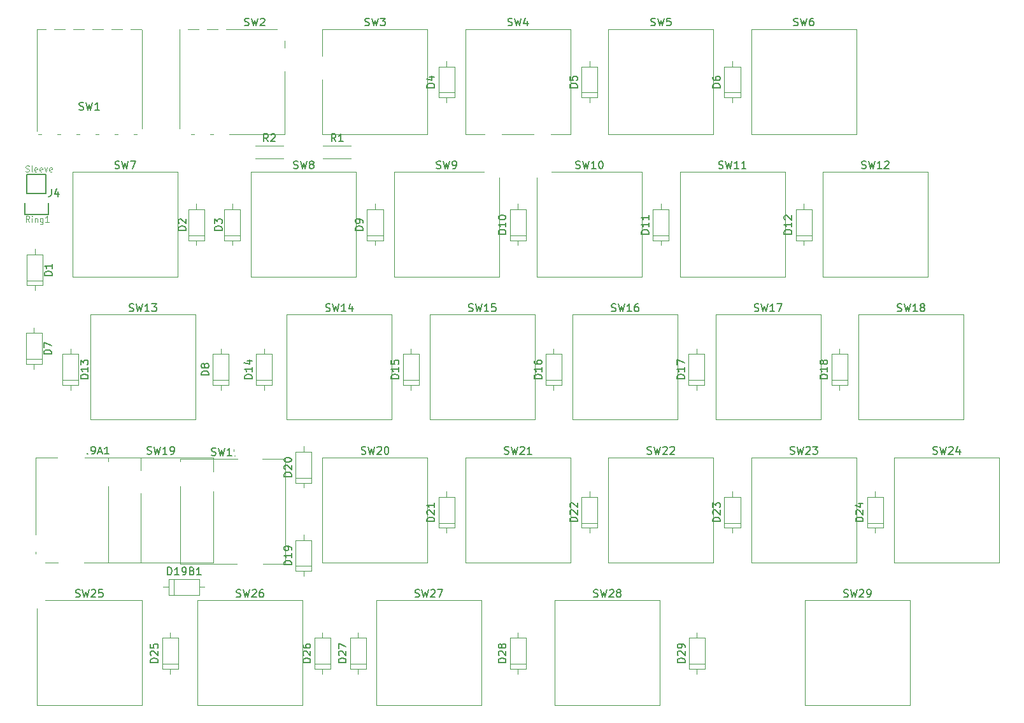
<source format=gto>
G04 #@! TF.GenerationSoftware,KiCad,Pcbnew,(5.1.6)-1*
G04 #@! TF.CreationDate,2020-06-16T23:59:54+01:00*
G04 #@! TF.ProjectId,Mint60,4d696e74-3630-42e6-9b69-6361645f7063,rev?*
G04 #@! TF.SameCoordinates,Original*
G04 #@! TF.FileFunction,Legend,Top*
G04 #@! TF.FilePolarity,Positive*
%FSLAX46Y46*%
G04 Gerber Fmt 4.6, Leading zero omitted, Abs format (unit mm)*
G04 Created by KiCad (PCBNEW (5.1.6)-1) date 2020-06-16 23:59:54*
%MOMM*%
%LPD*%
G01*
G04 APERTURE LIST*
%ADD10C,0.100000*%
%ADD11C,0.120000*%
%ADD12C,0.150000*%
%ADD13C,2.600000*%
%ADD14C,4.400000*%
%ADD15C,2.100000*%
%ADD16C,3.450000*%
%ADD17O,2.000000X2.000000*%
%ADD18R,2.000000X2.000000*%
%ADD19C,5.700000*%
%ADD20R,2.432000X2.127200*%
%ADD21O,2.432000X2.127200*%
%ADD22C,2.200000*%
%ADD23C,1.700000*%
%ADD24O,2.400000X3.100000*%
%ADD25R,2.432000X2.432000*%
%ADD26O,2.432000X2.432000*%
%ADD27C,1.800000*%
%ADD28O,1.800000X1.800000*%
%ADD29C,2.400000*%
G04 APERTURE END LIST*
D10*
X35528571Y-41823809D02*
X35642857Y-41861904D01*
X35833333Y-41861904D01*
X35909523Y-41823809D01*
X35947619Y-41785714D01*
X35985714Y-41709523D01*
X35985714Y-41633333D01*
X35947619Y-41557142D01*
X35909523Y-41519047D01*
X35833333Y-41480952D01*
X35680952Y-41442857D01*
X35604761Y-41404761D01*
X35566666Y-41366666D01*
X35528571Y-41290476D01*
X35528571Y-41214285D01*
X35566666Y-41138095D01*
X35604761Y-41100000D01*
X35680952Y-41061904D01*
X35871428Y-41061904D01*
X35985714Y-41100000D01*
X36442857Y-41861904D02*
X36366666Y-41823809D01*
X36328571Y-41747619D01*
X36328571Y-41061904D01*
X37052380Y-41823809D02*
X36976190Y-41861904D01*
X36823809Y-41861904D01*
X36747619Y-41823809D01*
X36709523Y-41747619D01*
X36709523Y-41442857D01*
X36747619Y-41366666D01*
X36823809Y-41328571D01*
X36976190Y-41328571D01*
X37052380Y-41366666D01*
X37090476Y-41442857D01*
X37090476Y-41519047D01*
X36709523Y-41595238D01*
X37738095Y-41823809D02*
X37661904Y-41861904D01*
X37509523Y-41861904D01*
X37433333Y-41823809D01*
X37395238Y-41747619D01*
X37395238Y-41442857D01*
X37433333Y-41366666D01*
X37509523Y-41328571D01*
X37661904Y-41328571D01*
X37738095Y-41366666D01*
X37776190Y-41442857D01*
X37776190Y-41519047D01*
X37395238Y-41595238D01*
X38042857Y-41328571D02*
X38233333Y-41861904D01*
X38423809Y-41328571D01*
X39033333Y-41823809D02*
X38957142Y-41861904D01*
X38804761Y-41861904D01*
X38728571Y-41823809D01*
X38690476Y-41747619D01*
X38690476Y-41442857D01*
X38728571Y-41366666D01*
X38804761Y-41328571D01*
X38957142Y-41328571D01*
X39033333Y-41366666D01*
X39071428Y-41442857D01*
X39071428Y-41519047D01*
X38690476Y-41595238D01*
X36052380Y-48561904D02*
X35785714Y-48180952D01*
X35595238Y-48561904D02*
X35595238Y-47761904D01*
X35900000Y-47761904D01*
X35976190Y-47800000D01*
X36014285Y-47838095D01*
X36052380Y-47914285D01*
X36052380Y-48028571D01*
X36014285Y-48104761D01*
X35976190Y-48142857D01*
X35900000Y-48180952D01*
X35595238Y-48180952D01*
X36395238Y-48561904D02*
X36395238Y-48028571D01*
X36395238Y-47761904D02*
X36357142Y-47800000D01*
X36395238Y-47838095D01*
X36433333Y-47800000D01*
X36395238Y-47761904D01*
X36395238Y-47838095D01*
X36776190Y-48028571D02*
X36776190Y-48561904D01*
X36776190Y-48104761D02*
X36814285Y-48066666D01*
X36890476Y-48028571D01*
X37004761Y-48028571D01*
X37080952Y-48066666D01*
X37119047Y-48142857D01*
X37119047Y-48561904D01*
X37842857Y-48028571D02*
X37842857Y-48676190D01*
X37804761Y-48752380D01*
X37766666Y-48790476D01*
X37690476Y-48828571D01*
X37576190Y-48828571D01*
X37500000Y-48790476D01*
X37842857Y-48523809D02*
X37766666Y-48561904D01*
X37614285Y-48561904D01*
X37538095Y-48523809D01*
X37500000Y-48485714D01*
X37461904Y-48409523D01*
X37461904Y-48180952D01*
X37500000Y-48104761D01*
X37538095Y-48066666D01*
X37614285Y-48028571D01*
X37766666Y-48028571D01*
X37842857Y-48066666D01*
X38642857Y-48561904D02*
X38185714Y-48561904D01*
X38414285Y-48561904D02*
X38414285Y-47761904D01*
X38338095Y-47876190D01*
X38261904Y-47952380D01*
X38185714Y-47990476D01*
D11*
X41765000Y-55860000D02*
X41765000Y-41890000D01*
X55735000Y-55860000D02*
X41765000Y-55860000D01*
X55735000Y-41890000D02*
X55735000Y-55860000D01*
X41765000Y-41890000D02*
X55735000Y-41890000D01*
X56065000Y-80065000D02*
X70035000Y-80065000D01*
X70035000Y-80065000D02*
X70035000Y-94035000D01*
X70035000Y-94035000D02*
X56065000Y-94035000D01*
X56065000Y-94035000D02*
X56065000Y-80065000D01*
X46515000Y-93860000D02*
X46515000Y-79890000D01*
X60485000Y-93860000D02*
X46515000Y-93860000D01*
X60485000Y-79890000D02*
X60485000Y-93860000D01*
X46515000Y-79890000D02*
X60485000Y-79890000D01*
X36915000Y-79865000D02*
X50885000Y-79865000D01*
X50885000Y-79865000D02*
X50885000Y-93835000D01*
X50885000Y-93835000D02*
X36915000Y-93835000D01*
X36915000Y-93835000D02*
X36915000Y-79865000D01*
X54550000Y-96040000D02*
X54550000Y-98160000D01*
X54550000Y-98160000D02*
X58670000Y-98160000D01*
X58670000Y-98160000D02*
X58670000Y-96040000D01*
X58670000Y-96040000D02*
X54550000Y-96040000D01*
X53780000Y-97100000D02*
X54550000Y-97100000D01*
X59440000Y-97100000D02*
X58670000Y-97100000D01*
X55210000Y-96040000D02*
X55210000Y-98160000D01*
X35690000Y-56340000D02*
X37810000Y-56340000D01*
X36750000Y-52110000D02*
X36750000Y-52880000D01*
X36750000Y-57770000D02*
X36750000Y-57000000D01*
X35690000Y-52880000D02*
X35690000Y-57000000D01*
X37810000Y-52880000D02*
X35690000Y-52880000D01*
X37810000Y-57000000D02*
X37810000Y-52880000D01*
X35690000Y-57000000D02*
X37810000Y-57000000D01*
X57190000Y-50340000D02*
X59310000Y-50340000D01*
X58250000Y-46110000D02*
X58250000Y-46880000D01*
X58250000Y-51770000D02*
X58250000Y-51000000D01*
X57190000Y-46880000D02*
X57190000Y-51000000D01*
X59310000Y-46880000D02*
X57190000Y-46880000D01*
X59310000Y-51000000D02*
X59310000Y-46880000D01*
X57190000Y-51000000D02*
X59310000Y-51000000D01*
X61940000Y-50340000D02*
X64060000Y-50340000D01*
X63000000Y-46110000D02*
X63000000Y-46880000D01*
X63000000Y-51770000D02*
X63000000Y-51000000D01*
X61940000Y-46880000D02*
X61940000Y-51000000D01*
X64060000Y-46880000D02*
X61940000Y-46880000D01*
X64060000Y-51000000D02*
X64060000Y-46880000D01*
X61940000Y-51000000D02*
X64060000Y-51000000D01*
X90440000Y-31340000D02*
X92560000Y-31340000D01*
X91500000Y-27110000D02*
X91500000Y-27880000D01*
X91500000Y-32770000D02*
X91500000Y-32000000D01*
X90440000Y-27880000D02*
X90440000Y-32000000D01*
X92560000Y-27880000D02*
X90440000Y-27880000D01*
X92560000Y-32000000D02*
X92560000Y-27880000D01*
X90440000Y-32000000D02*
X92560000Y-32000000D01*
X109440000Y-31340000D02*
X111560000Y-31340000D01*
X110500000Y-27110000D02*
X110500000Y-27880000D01*
X110500000Y-32770000D02*
X110500000Y-32000000D01*
X109440000Y-27880000D02*
X109440000Y-32000000D01*
X111560000Y-27880000D02*
X109440000Y-27880000D01*
X111560000Y-32000000D02*
X111560000Y-27880000D01*
X109440000Y-32000000D02*
X111560000Y-32000000D01*
X128440000Y-31340000D02*
X130560000Y-31340000D01*
X129500000Y-27110000D02*
X129500000Y-27880000D01*
X129500000Y-32770000D02*
X129500000Y-32000000D01*
X128440000Y-27880000D02*
X128440000Y-32000000D01*
X130560000Y-27880000D02*
X128440000Y-27880000D01*
X130560000Y-32000000D02*
X130560000Y-27880000D01*
X128440000Y-32000000D02*
X130560000Y-32000000D01*
X35590000Y-66790000D02*
X37710000Y-66790000D01*
X36650000Y-62560000D02*
X36650000Y-63330000D01*
X36650000Y-68220000D02*
X36650000Y-67450000D01*
X35590000Y-63330000D02*
X35590000Y-67450000D01*
X37710000Y-63330000D02*
X35590000Y-63330000D01*
X37710000Y-67450000D02*
X37710000Y-63330000D01*
X35590000Y-67450000D02*
X37710000Y-67450000D01*
X60440000Y-69590000D02*
X62560000Y-69590000D01*
X61500000Y-65360000D02*
X61500000Y-66130000D01*
X61500000Y-71020000D02*
X61500000Y-70250000D01*
X60440000Y-66130000D02*
X60440000Y-70250000D01*
X62560000Y-66130000D02*
X60440000Y-66130000D01*
X62560000Y-70250000D02*
X62560000Y-66130000D01*
X60440000Y-70250000D02*
X62560000Y-70250000D01*
X80940000Y-50340000D02*
X83060000Y-50340000D01*
X82000000Y-46110000D02*
X82000000Y-46880000D01*
X82000000Y-51770000D02*
X82000000Y-51000000D01*
X80940000Y-46880000D02*
X80940000Y-51000000D01*
X83060000Y-46880000D02*
X80940000Y-46880000D01*
X83060000Y-51000000D02*
X83060000Y-46880000D01*
X80940000Y-51000000D02*
X83060000Y-51000000D01*
X99940000Y-50340000D02*
X102060000Y-50340000D01*
X101000000Y-46110000D02*
X101000000Y-46880000D01*
X101000000Y-51770000D02*
X101000000Y-51000000D01*
X99940000Y-46880000D02*
X99940000Y-51000000D01*
X102060000Y-46880000D02*
X99940000Y-46880000D01*
X102060000Y-51000000D02*
X102060000Y-46880000D01*
X99940000Y-51000000D02*
X102060000Y-51000000D01*
X118940000Y-50340000D02*
X121060000Y-50340000D01*
X120000000Y-46110000D02*
X120000000Y-46880000D01*
X120000000Y-51770000D02*
X120000000Y-51000000D01*
X118940000Y-46880000D02*
X118940000Y-51000000D01*
X121060000Y-46880000D02*
X118940000Y-46880000D01*
X121060000Y-51000000D02*
X121060000Y-46880000D01*
X118940000Y-51000000D02*
X121060000Y-51000000D01*
X137940000Y-50340000D02*
X140060000Y-50340000D01*
X139000000Y-46110000D02*
X139000000Y-46880000D01*
X139000000Y-51770000D02*
X139000000Y-51000000D01*
X137940000Y-46880000D02*
X137940000Y-51000000D01*
X140060000Y-46880000D02*
X137940000Y-46880000D01*
X140060000Y-51000000D02*
X140060000Y-46880000D01*
X137940000Y-51000000D02*
X140060000Y-51000000D01*
X40440000Y-69590000D02*
X42560000Y-69590000D01*
X41500000Y-65360000D02*
X41500000Y-66130000D01*
X41500000Y-71020000D02*
X41500000Y-70250000D01*
X40440000Y-66130000D02*
X40440000Y-70250000D01*
X42560000Y-66130000D02*
X40440000Y-66130000D01*
X42560000Y-70250000D02*
X42560000Y-66130000D01*
X40440000Y-70250000D02*
X42560000Y-70250000D01*
X66190000Y-69590000D02*
X68310000Y-69590000D01*
X67250000Y-65360000D02*
X67250000Y-66130000D01*
X67250000Y-71020000D02*
X67250000Y-70250000D01*
X66190000Y-66130000D02*
X66190000Y-70250000D01*
X68310000Y-66130000D02*
X66190000Y-66130000D01*
X68310000Y-70250000D02*
X68310000Y-66130000D01*
X66190000Y-70250000D02*
X68310000Y-70250000D01*
X85690000Y-69590000D02*
X87810000Y-69590000D01*
X86750000Y-65360000D02*
X86750000Y-66130000D01*
X86750000Y-71020000D02*
X86750000Y-70250000D01*
X85690000Y-66130000D02*
X85690000Y-70250000D01*
X87810000Y-66130000D02*
X85690000Y-66130000D01*
X87810000Y-70250000D02*
X87810000Y-66130000D01*
X85690000Y-70250000D02*
X87810000Y-70250000D01*
X104690000Y-69590000D02*
X106810000Y-69590000D01*
X105750000Y-65360000D02*
X105750000Y-66130000D01*
X105750000Y-71020000D02*
X105750000Y-70250000D01*
X104690000Y-66130000D02*
X104690000Y-70250000D01*
X106810000Y-66130000D02*
X104690000Y-66130000D01*
X106810000Y-70250000D02*
X106810000Y-66130000D01*
X104690000Y-70250000D02*
X106810000Y-70250000D01*
X123690000Y-69590000D02*
X125810000Y-69590000D01*
X124750000Y-65360000D02*
X124750000Y-66130000D01*
X124750000Y-71020000D02*
X124750000Y-70250000D01*
X123690000Y-66130000D02*
X123690000Y-70250000D01*
X125810000Y-66130000D02*
X123690000Y-66130000D01*
X125810000Y-70250000D02*
X125810000Y-66130000D01*
X123690000Y-70250000D02*
X125810000Y-70250000D01*
X142690000Y-69590000D02*
X144810000Y-69590000D01*
X143750000Y-65360000D02*
X143750000Y-66130000D01*
X143750000Y-71020000D02*
X143750000Y-70250000D01*
X142690000Y-66130000D02*
X142690000Y-70250000D01*
X144810000Y-66130000D02*
X142690000Y-66130000D01*
X144810000Y-70250000D02*
X144810000Y-66130000D01*
X142690000Y-70250000D02*
X144810000Y-70250000D01*
X71440000Y-94340000D02*
X73560000Y-94340000D01*
X72500000Y-90110000D02*
X72500000Y-90880000D01*
X72500000Y-95770000D02*
X72500000Y-95000000D01*
X71440000Y-90880000D02*
X71440000Y-95000000D01*
X73560000Y-90880000D02*
X71440000Y-90880000D01*
X73560000Y-95000000D02*
X73560000Y-90880000D01*
X71440000Y-95000000D02*
X73560000Y-95000000D01*
X71440000Y-82590000D02*
X73560000Y-82590000D01*
X72500000Y-78360000D02*
X72500000Y-79130000D01*
X72500000Y-84020000D02*
X72500000Y-83250000D01*
X71440000Y-79130000D02*
X71440000Y-83250000D01*
X73560000Y-79130000D02*
X71440000Y-79130000D01*
X73560000Y-83250000D02*
X73560000Y-79130000D01*
X71440000Y-83250000D02*
X73560000Y-83250000D01*
X90440000Y-88590000D02*
X92560000Y-88590000D01*
X91500000Y-84360000D02*
X91500000Y-85130000D01*
X91500000Y-90020000D02*
X91500000Y-89250000D01*
X90440000Y-85130000D02*
X90440000Y-89250000D01*
X92560000Y-85130000D02*
X90440000Y-85130000D01*
X92560000Y-89250000D02*
X92560000Y-85130000D01*
X90440000Y-89250000D02*
X92560000Y-89250000D01*
X109440000Y-88590000D02*
X111560000Y-88590000D01*
X110500000Y-84360000D02*
X110500000Y-85130000D01*
X110500000Y-90020000D02*
X110500000Y-89250000D01*
X109440000Y-85130000D02*
X109440000Y-89250000D01*
X111560000Y-85130000D02*
X109440000Y-85130000D01*
X111560000Y-89250000D02*
X111560000Y-85130000D01*
X109440000Y-89250000D02*
X111560000Y-89250000D01*
X128440000Y-88590000D02*
X130560000Y-88590000D01*
X129500000Y-84360000D02*
X129500000Y-85130000D01*
X129500000Y-90020000D02*
X129500000Y-89250000D01*
X128440000Y-85130000D02*
X128440000Y-89250000D01*
X130560000Y-85130000D02*
X128440000Y-85130000D01*
X130560000Y-89250000D02*
X130560000Y-85130000D01*
X128440000Y-89250000D02*
X130560000Y-89250000D01*
X147440000Y-88590000D02*
X149560000Y-88590000D01*
X148500000Y-84360000D02*
X148500000Y-85130000D01*
X148500000Y-90020000D02*
X148500000Y-89250000D01*
X147440000Y-85130000D02*
X147440000Y-89250000D01*
X149560000Y-85130000D02*
X147440000Y-85130000D01*
X149560000Y-89250000D02*
X149560000Y-85130000D01*
X147440000Y-89250000D02*
X149560000Y-89250000D01*
X53690000Y-107340000D02*
X55810000Y-107340000D01*
X54750000Y-103110000D02*
X54750000Y-103880000D01*
X54750000Y-108770000D02*
X54750000Y-108000000D01*
X53690000Y-103880000D02*
X53690000Y-108000000D01*
X55810000Y-103880000D02*
X53690000Y-103880000D01*
X55810000Y-108000000D02*
X55810000Y-103880000D01*
X53690000Y-108000000D02*
X55810000Y-108000000D01*
X73940000Y-107340000D02*
X76060000Y-107340000D01*
X75000000Y-103110000D02*
X75000000Y-103880000D01*
X75000000Y-108770000D02*
X75000000Y-108000000D01*
X73940000Y-103880000D02*
X73940000Y-108000000D01*
X76060000Y-103880000D02*
X73940000Y-103880000D01*
X76060000Y-108000000D02*
X76060000Y-103880000D01*
X73940000Y-108000000D02*
X76060000Y-108000000D01*
X78690000Y-107340000D02*
X80810000Y-107340000D01*
X79750000Y-103110000D02*
X79750000Y-103880000D01*
X79750000Y-108770000D02*
X79750000Y-108000000D01*
X78690000Y-103880000D02*
X78690000Y-108000000D01*
X80810000Y-103880000D02*
X78690000Y-103880000D01*
X80810000Y-108000000D02*
X80810000Y-103880000D01*
X78690000Y-108000000D02*
X80810000Y-108000000D01*
X99940000Y-107340000D02*
X102060000Y-107340000D01*
X101000000Y-103110000D02*
X101000000Y-103880000D01*
X101000000Y-108770000D02*
X101000000Y-108000000D01*
X99940000Y-103880000D02*
X99940000Y-108000000D01*
X102060000Y-103880000D02*
X99940000Y-103880000D01*
X102060000Y-108000000D02*
X102060000Y-103880000D01*
X99940000Y-108000000D02*
X102060000Y-108000000D01*
X123740000Y-107340000D02*
X125860000Y-107340000D01*
X124800000Y-103110000D02*
X124800000Y-103880000D01*
X124800000Y-108770000D02*
X124800000Y-108000000D01*
X123740000Y-103880000D02*
X123740000Y-108000000D01*
X125860000Y-103880000D02*
X123740000Y-103880000D01*
X125860000Y-108000000D02*
X125860000Y-103880000D01*
X123740000Y-108000000D02*
X125860000Y-108000000D01*
D12*
X38270000Y-42190000D02*
X35730000Y-42190000D01*
X38270000Y-44730000D02*
X38270000Y-42190000D01*
X38550000Y-47550000D02*
X35450000Y-47550000D01*
X38550000Y-46000000D02*
X38550000Y-47550000D01*
X35730000Y-44730000D02*
X38270000Y-44730000D01*
X35450000Y-47550000D02*
X35450000Y-46000000D01*
X35730000Y-44730000D02*
X35730000Y-42190000D01*
D11*
X75100000Y-40110000D02*
X78820000Y-40110000D01*
X75100000Y-38390000D02*
X78820000Y-38390000D01*
X66100000Y-40110000D02*
X69820000Y-40110000D01*
X66100000Y-38390000D02*
X69820000Y-38390000D01*
X37015000Y-36860000D02*
X37015000Y-22890000D01*
X50985000Y-36860000D02*
X37015000Y-36860000D01*
X50985000Y-22890000D02*
X50985000Y-36860000D01*
X37015000Y-22890000D02*
X50985000Y-22890000D01*
X56015000Y-36860000D02*
X56015000Y-22890000D01*
X69985000Y-36860000D02*
X56015000Y-36860000D01*
X69985000Y-22890000D02*
X69985000Y-36860000D01*
X56015000Y-22890000D02*
X69985000Y-22890000D01*
X75015000Y-36860000D02*
X75015000Y-22890000D01*
X88985000Y-36860000D02*
X75015000Y-36860000D01*
X88985000Y-22890000D02*
X88985000Y-36860000D01*
X75015000Y-22890000D02*
X88985000Y-22890000D01*
X94015000Y-36860000D02*
X94015000Y-22890000D01*
X107985000Y-36860000D02*
X94015000Y-36860000D01*
X107985000Y-22890000D02*
X107985000Y-36860000D01*
X94015000Y-22890000D02*
X107985000Y-22890000D01*
X113015000Y-36860000D02*
X113015000Y-22890000D01*
X126985000Y-36860000D02*
X113015000Y-36860000D01*
X126985000Y-22890000D02*
X126985000Y-36860000D01*
X113015000Y-22890000D02*
X126985000Y-22890000D01*
X132015000Y-36860000D02*
X132015000Y-22890000D01*
X145985000Y-36860000D02*
X132015000Y-36860000D01*
X145985000Y-22890000D02*
X145985000Y-36860000D01*
X132015000Y-22890000D02*
X145985000Y-22890000D01*
X65515000Y-55860000D02*
X65515000Y-41890000D01*
X79485000Y-55860000D02*
X65515000Y-55860000D01*
X79485000Y-41890000D02*
X79485000Y-55860000D01*
X65515000Y-41890000D02*
X79485000Y-41890000D01*
X84515000Y-55860000D02*
X84515000Y-41890000D01*
X98485000Y-55860000D02*
X84515000Y-55860000D01*
X98485000Y-41890000D02*
X98485000Y-55860000D01*
X84515000Y-41890000D02*
X98485000Y-41890000D01*
X103515000Y-55860000D02*
X103515000Y-41890000D01*
X117485000Y-55860000D02*
X103515000Y-55860000D01*
X117485000Y-41890000D02*
X117485000Y-55860000D01*
X103515000Y-41890000D02*
X117485000Y-41890000D01*
X122515000Y-55860000D02*
X122515000Y-41890000D01*
X136485000Y-55860000D02*
X122515000Y-55860000D01*
X136485000Y-41890000D02*
X136485000Y-55860000D01*
X122515000Y-41890000D02*
X136485000Y-41890000D01*
X141515000Y-55860000D02*
X141515000Y-41890000D01*
X155485000Y-55860000D02*
X141515000Y-55860000D01*
X155485000Y-41890000D02*
X155485000Y-55860000D01*
X141515000Y-41890000D02*
X155485000Y-41890000D01*
X44140000Y-74860000D02*
X44140000Y-60890000D01*
X58110000Y-74860000D02*
X44140000Y-74860000D01*
X58110000Y-60890000D02*
X58110000Y-74860000D01*
X44140000Y-60890000D02*
X58110000Y-60890000D01*
X70265000Y-74860000D02*
X70265000Y-60890000D01*
X84235000Y-74860000D02*
X70265000Y-74860000D01*
X84235000Y-60890000D02*
X84235000Y-74860000D01*
X70265000Y-60890000D02*
X84235000Y-60890000D01*
X89265000Y-74860000D02*
X89265000Y-60890000D01*
X103235000Y-74860000D02*
X89265000Y-74860000D01*
X103235000Y-60890000D02*
X103235000Y-74860000D01*
X89265000Y-60890000D02*
X103235000Y-60890000D01*
X108265000Y-74860000D02*
X108265000Y-60890000D01*
X122235000Y-74860000D02*
X108265000Y-74860000D01*
X122235000Y-60890000D02*
X122235000Y-74860000D01*
X108265000Y-60890000D02*
X122235000Y-60890000D01*
X127265000Y-74860000D02*
X127265000Y-60890000D01*
X141235000Y-74860000D02*
X127265000Y-74860000D01*
X141235000Y-60890000D02*
X141235000Y-74860000D01*
X127265000Y-60890000D02*
X141235000Y-60890000D01*
X146265000Y-74860000D02*
X146265000Y-60890000D01*
X160235000Y-74860000D02*
X146265000Y-74860000D01*
X160235000Y-60890000D02*
X160235000Y-74860000D01*
X146265000Y-60890000D02*
X160235000Y-60890000D01*
X75015000Y-93860000D02*
X75015000Y-79890000D01*
X88985000Y-93860000D02*
X75015000Y-93860000D01*
X88985000Y-79890000D02*
X88985000Y-93860000D01*
X75015000Y-79890000D02*
X88985000Y-79890000D01*
X94015000Y-93860000D02*
X94015000Y-79890000D01*
X107985000Y-93860000D02*
X94015000Y-93860000D01*
X107985000Y-79890000D02*
X107985000Y-93860000D01*
X94015000Y-79890000D02*
X107985000Y-79890000D01*
X113015000Y-93860000D02*
X113015000Y-79890000D01*
X126985000Y-93860000D02*
X113015000Y-93860000D01*
X126985000Y-79890000D02*
X126985000Y-93860000D01*
X113015000Y-79890000D02*
X126985000Y-79890000D01*
X132015000Y-93860000D02*
X132015000Y-79890000D01*
X145985000Y-93860000D02*
X132015000Y-93860000D01*
X145985000Y-79890000D02*
X145985000Y-93860000D01*
X132015000Y-79890000D02*
X145985000Y-79890000D01*
X151015000Y-93860000D02*
X151015000Y-79890000D01*
X164985000Y-93860000D02*
X151015000Y-93860000D01*
X164985000Y-79890000D02*
X164985000Y-93860000D01*
X151015000Y-79890000D02*
X164985000Y-79890000D01*
X37015000Y-112860000D02*
X37015000Y-98890000D01*
X50985000Y-112860000D02*
X37015000Y-112860000D01*
X50985000Y-98890000D02*
X50985000Y-112860000D01*
X37015000Y-98890000D02*
X50985000Y-98890000D01*
X58390000Y-112860000D02*
X58390000Y-98890000D01*
X72360000Y-112860000D02*
X58390000Y-112860000D01*
X72360000Y-98890000D02*
X72360000Y-112860000D01*
X58390000Y-98890000D02*
X72360000Y-98890000D01*
X82140000Y-112860000D02*
X82140000Y-98890000D01*
X96110000Y-112860000D02*
X82140000Y-112860000D01*
X96110000Y-98890000D02*
X96110000Y-112860000D01*
X82140000Y-98890000D02*
X96110000Y-98890000D01*
X105890000Y-112860000D02*
X105890000Y-98890000D01*
X119860000Y-112860000D02*
X105890000Y-112860000D01*
X119860000Y-98890000D02*
X119860000Y-112860000D01*
X105890000Y-98890000D02*
X119860000Y-98890000D01*
X139140000Y-112860000D02*
X139140000Y-98890000D01*
X153110000Y-112860000D02*
X139140000Y-112860000D01*
X153110000Y-98890000D02*
X153110000Y-112860000D01*
X139140000Y-98890000D02*
X153110000Y-98890000D01*
D12*
X47416666Y-41405761D02*
X47559523Y-41453380D01*
X47797619Y-41453380D01*
X47892857Y-41405761D01*
X47940476Y-41358142D01*
X47988095Y-41262904D01*
X47988095Y-41167666D01*
X47940476Y-41072428D01*
X47892857Y-41024809D01*
X47797619Y-40977190D01*
X47607142Y-40929571D01*
X47511904Y-40881952D01*
X47464285Y-40834333D01*
X47416666Y-40739095D01*
X47416666Y-40643857D01*
X47464285Y-40548619D01*
X47511904Y-40501000D01*
X47607142Y-40453380D01*
X47845238Y-40453380D01*
X47988095Y-40501000D01*
X48321428Y-40453380D02*
X48559523Y-41453380D01*
X48750000Y-40739095D01*
X48940476Y-41453380D01*
X49178571Y-40453380D01*
X49464285Y-40453380D02*
X50130952Y-40453380D01*
X49702380Y-41453380D01*
X60264285Y-79580761D02*
X60407142Y-79628380D01*
X60645238Y-79628380D01*
X60740476Y-79580761D01*
X60788095Y-79533142D01*
X60835714Y-79437904D01*
X60835714Y-79342666D01*
X60788095Y-79247428D01*
X60740476Y-79199809D01*
X60645238Y-79152190D01*
X60454761Y-79104571D01*
X60359523Y-79056952D01*
X60311904Y-79009333D01*
X60264285Y-78914095D01*
X60264285Y-78818857D01*
X60311904Y-78723619D01*
X60359523Y-78676000D01*
X60454761Y-78628380D01*
X60692857Y-78628380D01*
X60835714Y-78676000D01*
X61169047Y-78628380D02*
X61407142Y-79628380D01*
X61597619Y-78914095D01*
X61788095Y-79628380D01*
X62026190Y-78628380D01*
X62930952Y-79628380D02*
X62359523Y-79628380D01*
X62645238Y-79628380D02*
X62645238Y-78628380D01*
X62550000Y-78771238D01*
X62454761Y-78866476D01*
X62359523Y-78914095D01*
X63407142Y-79628380D02*
X63597619Y-79628380D01*
X63692857Y-79580761D01*
X63740476Y-79533142D01*
X63835714Y-79390285D01*
X63883333Y-79199809D01*
X63883333Y-78818857D01*
X63835714Y-78723619D01*
X63788095Y-78676000D01*
X63692857Y-78628380D01*
X63502380Y-78628380D01*
X63407142Y-78676000D01*
X63359523Y-78723619D01*
X63311904Y-78818857D01*
X63311904Y-79056952D01*
X63359523Y-79152190D01*
X63407142Y-79199809D01*
X63502380Y-79247428D01*
X63692857Y-79247428D01*
X63788095Y-79199809D01*
X63835714Y-79152190D01*
X63883333Y-79056952D01*
X64645238Y-79104571D02*
X64788095Y-79152190D01*
X64835714Y-79199809D01*
X64883333Y-79295047D01*
X64883333Y-79437904D01*
X64835714Y-79533142D01*
X64788095Y-79580761D01*
X64692857Y-79628380D01*
X64311904Y-79628380D01*
X64311904Y-78628380D01*
X64645238Y-78628380D01*
X64740476Y-78676000D01*
X64788095Y-78723619D01*
X64835714Y-78818857D01*
X64835714Y-78914095D01*
X64788095Y-79009333D01*
X64740476Y-79056952D01*
X64645238Y-79104571D01*
X64311904Y-79104571D01*
X65835714Y-79628380D02*
X65264285Y-79628380D01*
X65550000Y-79628380D02*
X65550000Y-78628380D01*
X65454761Y-78771238D01*
X65359523Y-78866476D01*
X65264285Y-78914095D01*
X51690476Y-79405761D02*
X51833333Y-79453380D01*
X52071428Y-79453380D01*
X52166666Y-79405761D01*
X52214285Y-79358142D01*
X52261904Y-79262904D01*
X52261904Y-79167666D01*
X52214285Y-79072428D01*
X52166666Y-79024809D01*
X52071428Y-78977190D01*
X51880952Y-78929571D01*
X51785714Y-78881952D01*
X51738095Y-78834333D01*
X51690476Y-78739095D01*
X51690476Y-78643857D01*
X51738095Y-78548619D01*
X51785714Y-78501000D01*
X51880952Y-78453380D01*
X52119047Y-78453380D01*
X52261904Y-78501000D01*
X52595238Y-78453380D02*
X52833333Y-79453380D01*
X53023809Y-78739095D01*
X53214285Y-79453380D01*
X53452380Y-78453380D01*
X54357142Y-79453380D02*
X53785714Y-79453380D01*
X54071428Y-79453380D02*
X54071428Y-78453380D01*
X53976190Y-78596238D01*
X53880952Y-78691476D01*
X53785714Y-78739095D01*
X54833333Y-79453380D02*
X55023809Y-79453380D01*
X55119047Y-79405761D01*
X55166666Y-79358142D01*
X55261904Y-79215285D01*
X55309523Y-79024809D01*
X55309523Y-78643857D01*
X55261904Y-78548619D01*
X55214285Y-78501000D01*
X55119047Y-78453380D01*
X54928571Y-78453380D01*
X54833333Y-78501000D01*
X54785714Y-78548619D01*
X54738095Y-78643857D01*
X54738095Y-78881952D01*
X54785714Y-78977190D01*
X54833333Y-79024809D01*
X54928571Y-79072428D01*
X55119047Y-79072428D01*
X55214285Y-79024809D01*
X55261904Y-78977190D01*
X55309523Y-78881952D01*
X41185714Y-79380761D02*
X41328571Y-79428380D01*
X41566666Y-79428380D01*
X41661904Y-79380761D01*
X41709523Y-79333142D01*
X41757142Y-79237904D01*
X41757142Y-79142666D01*
X41709523Y-79047428D01*
X41661904Y-78999809D01*
X41566666Y-78952190D01*
X41376190Y-78904571D01*
X41280952Y-78856952D01*
X41233333Y-78809333D01*
X41185714Y-78714095D01*
X41185714Y-78618857D01*
X41233333Y-78523619D01*
X41280952Y-78476000D01*
X41376190Y-78428380D01*
X41614285Y-78428380D01*
X41757142Y-78476000D01*
X42090476Y-78428380D02*
X42328571Y-79428380D01*
X42519047Y-78714095D01*
X42709523Y-79428380D01*
X42947619Y-78428380D01*
X43852380Y-79428380D02*
X43280952Y-79428380D01*
X43566666Y-79428380D02*
X43566666Y-78428380D01*
X43471428Y-78571238D01*
X43376190Y-78666476D01*
X43280952Y-78714095D01*
X44328571Y-79428380D02*
X44519047Y-79428380D01*
X44614285Y-79380761D01*
X44661904Y-79333142D01*
X44757142Y-79190285D01*
X44804761Y-78999809D01*
X44804761Y-78618857D01*
X44757142Y-78523619D01*
X44709523Y-78476000D01*
X44614285Y-78428380D01*
X44423809Y-78428380D01*
X44328571Y-78476000D01*
X44280952Y-78523619D01*
X44233333Y-78618857D01*
X44233333Y-78856952D01*
X44280952Y-78952190D01*
X44328571Y-78999809D01*
X44423809Y-79047428D01*
X44614285Y-79047428D01*
X44709523Y-78999809D01*
X44757142Y-78952190D01*
X44804761Y-78856952D01*
X45185714Y-79142666D02*
X45661904Y-79142666D01*
X45090476Y-79428380D02*
X45423809Y-78428380D01*
X45757142Y-79428380D01*
X46614285Y-79428380D02*
X46042857Y-79428380D01*
X46328571Y-79428380D02*
X46328571Y-78428380D01*
X46233333Y-78571238D01*
X46138095Y-78666476D01*
X46042857Y-78714095D01*
X54419523Y-95492380D02*
X54419523Y-94492380D01*
X54657619Y-94492380D01*
X54800476Y-94540000D01*
X54895714Y-94635238D01*
X54943333Y-94730476D01*
X54990952Y-94920952D01*
X54990952Y-95063809D01*
X54943333Y-95254285D01*
X54895714Y-95349523D01*
X54800476Y-95444761D01*
X54657619Y-95492380D01*
X54419523Y-95492380D01*
X55943333Y-95492380D02*
X55371904Y-95492380D01*
X55657619Y-95492380D02*
X55657619Y-94492380D01*
X55562380Y-94635238D01*
X55467142Y-94730476D01*
X55371904Y-94778095D01*
X56419523Y-95492380D02*
X56610000Y-95492380D01*
X56705238Y-95444761D01*
X56752857Y-95397142D01*
X56848095Y-95254285D01*
X56895714Y-95063809D01*
X56895714Y-94682857D01*
X56848095Y-94587619D01*
X56800476Y-94540000D01*
X56705238Y-94492380D01*
X56514761Y-94492380D01*
X56419523Y-94540000D01*
X56371904Y-94587619D01*
X56324285Y-94682857D01*
X56324285Y-94920952D01*
X56371904Y-95016190D01*
X56419523Y-95063809D01*
X56514761Y-95111428D01*
X56705238Y-95111428D01*
X56800476Y-95063809D01*
X56848095Y-95016190D01*
X56895714Y-94920952D01*
X57657619Y-94968571D02*
X57800476Y-95016190D01*
X57848095Y-95063809D01*
X57895714Y-95159047D01*
X57895714Y-95301904D01*
X57848095Y-95397142D01*
X57800476Y-95444761D01*
X57705238Y-95492380D01*
X57324285Y-95492380D01*
X57324285Y-94492380D01*
X57657619Y-94492380D01*
X57752857Y-94540000D01*
X57800476Y-94587619D01*
X57848095Y-94682857D01*
X57848095Y-94778095D01*
X57800476Y-94873333D01*
X57752857Y-94920952D01*
X57657619Y-94968571D01*
X57324285Y-94968571D01*
X58848095Y-95492380D02*
X58276666Y-95492380D01*
X58562380Y-95492380D02*
X58562380Y-94492380D01*
X58467142Y-94635238D01*
X58371904Y-94730476D01*
X58276666Y-94778095D01*
X39052380Y-55678095D02*
X38052380Y-55678095D01*
X38052380Y-55440000D01*
X38100000Y-55297142D01*
X38195238Y-55201904D01*
X38290476Y-55154285D01*
X38480952Y-55106666D01*
X38623809Y-55106666D01*
X38814285Y-55154285D01*
X38909523Y-55201904D01*
X39004761Y-55297142D01*
X39052380Y-55440000D01*
X39052380Y-55678095D01*
X39052380Y-54154285D02*
X39052380Y-54725714D01*
X39052380Y-54440000D02*
X38052380Y-54440000D01*
X38195238Y-54535238D01*
X38290476Y-54630476D01*
X38338095Y-54725714D01*
X56852380Y-49678095D02*
X55852380Y-49678095D01*
X55852380Y-49440000D01*
X55900000Y-49297142D01*
X55995238Y-49201904D01*
X56090476Y-49154285D01*
X56280952Y-49106666D01*
X56423809Y-49106666D01*
X56614285Y-49154285D01*
X56709523Y-49201904D01*
X56804761Y-49297142D01*
X56852380Y-49440000D01*
X56852380Y-49678095D01*
X55947619Y-48725714D02*
X55900000Y-48678095D01*
X55852380Y-48582857D01*
X55852380Y-48344761D01*
X55900000Y-48249523D01*
X55947619Y-48201904D01*
X56042857Y-48154285D01*
X56138095Y-48154285D01*
X56280952Y-48201904D01*
X56852380Y-48773333D01*
X56852380Y-48154285D01*
X61652380Y-49678095D02*
X60652380Y-49678095D01*
X60652380Y-49440000D01*
X60700000Y-49297142D01*
X60795238Y-49201904D01*
X60890476Y-49154285D01*
X61080952Y-49106666D01*
X61223809Y-49106666D01*
X61414285Y-49154285D01*
X61509523Y-49201904D01*
X61604761Y-49297142D01*
X61652380Y-49440000D01*
X61652380Y-49678095D01*
X60652380Y-48773333D02*
X60652380Y-48154285D01*
X61033333Y-48487619D01*
X61033333Y-48344761D01*
X61080952Y-48249523D01*
X61128571Y-48201904D01*
X61223809Y-48154285D01*
X61461904Y-48154285D01*
X61557142Y-48201904D01*
X61604761Y-48249523D01*
X61652380Y-48344761D01*
X61652380Y-48630476D01*
X61604761Y-48725714D01*
X61557142Y-48773333D01*
X89892380Y-30678095D02*
X88892380Y-30678095D01*
X88892380Y-30440000D01*
X88940000Y-30297142D01*
X89035238Y-30201904D01*
X89130476Y-30154285D01*
X89320952Y-30106666D01*
X89463809Y-30106666D01*
X89654285Y-30154285D01*
X89749523Y-30201904D01*
X89844761Y-30297142D01*
X89892380Y-30440000D01*
X89892380Y-30678095D01*
X89225714Y-29249523D02*
X89892380Y-29249523D01*
X88844761Y-29487619D02*
X89559047Y-29725714D01*
X89559047Y-29106666D01*
X108892380Y-30678095D02*
X107892380Y-30678095D01*
X107892380Y-30440000D01*
X107940000Y-30297142D01*
X108035238Y-30201904D01*
X108130476Y-30154285D01*
X108320952Y-30106666D01*
X108463809Y-30106666D01*
X108654285Y-30154285D01*
X108749523Y-30201904D01*
X108844761Y-30297142D01*
X108892380Y-30440000D01*
X108892380Y-30678095D01*
X107892380Y-29201904D02*
X107892380Y-29678095D01*
X108368571Y-29725714D01*
X108320952Y-29678095D01*
X108273333Y-29582857D01*
X108273333Y-29344761D01*
X108320952Y-29249523D01*
X108368571Y-29201904D01*
X108463809Y-29154285D01*
X108701904Y-29154285D01*
X108797142Y-29201904D01*
X108844761Y-29249523D01*
X108892380Y-29344761D01*
X108892380Y-29582857D01*
X108844761Y-29678095D01*
X108797142Y-29725714D01*
X127892380Y-30678095D02*
X126892380Y-30678095D01*
X126892380Y-30440000D01*
X126940000Y-30297142D01*
X127035238Y-30201904D01*
X127130476Y-30154285D01*
X127320952Y-30106666D01*
X127463809Y-30106666D01*
X127654285Y-30154285D01*
X127749523Y-30201904D01*
X127844761Y-30297142D01*
X127892380Y-30440000D01*
X127892380Y-30678095D01*
X126892380Y-29249523D02*
X126892380Y-29440000D01*
X126940000Y-29535238D01*
X126987619Y-29582857D01*
X127130476Y-29678095D01*
X127320952Y-29725714D01*
X127701904Y-29725714D01*
X127797142Y-29678095D01*
X127844761Y-29630476D01*
X127892380Y-29535238D01*
X127892380Y-29344761D01*
X127844761Y-29249523D01*
X127797142Y-29201904D01*
X127701904Y-29154285D01*
X127463809Y-29154285D01*
X127368571Y-29201904D01*
X127320952Y-29249523D01*
X127273333Y-29344761D01*
X127273333Y-29535238D01*
X127320952Y-29630476D01*
X127368571Y-29678095D01*
X127463809Y-29725714D01*
X38952380Y-66128095D02*
X37952380Y-66128095D01*
X37952380Y-65890000D01*
X38000000Y-65747142D01*
X38095238Y-65651904D01*
X38190476Y-65604285D01*
X38380952Y-65556666D01*
X38523809Y-65556666D01*
X38714285Y-65604285D01*
X38809523Y-65651904D01*
X38904761Y-65747142D01*
X38952380Y-65890000D01*
X38952380Y-66128095D01*
X37952380Y-65223333D02*
X37952380Y-64556666D01*
X38952380Y-64985238D01*
X59892380Y-68928095D02*
X58892380Y-68928095D01*
X58892380Y-68690000D01*
X58940000Y-68547142D01*
X59035238Y-68451904D01*
X59130476Y-68404285D01*
X59320952Y-68356666D01*
X59463809Y-68356666D01*
X59654285Y-68404285D01*
X59749523Y-68451904D01*
X59844761Y-68547142D01*
X59892380Y-68690000D01*
X59892380Y-68928095D01*
X59320952Y-67785238D02*
X59273333Y-67880476D01*
X59225714Y-67928095D01*
X59130476Y-67975714D01*
X59082857Y-67975714D01*
X58987619Y-67928095D01*
X58940000Y-67880476D01*
X58892380Y-67785238D01*
X58892380Y-67594761D01*
X58940000Y-67499523D01*
X58987619Y-67451904D01*
X59082857Y-67404285D01*
X59130476Y-67404285D01*
X59225714Y-67451904D01*
X59273333Y-67499523D01*
X59320952Y-67594761D01*
X59320952Y-67785238D01*
X59368571Y-67880476D01*
X59416190Y-67928095D01*
X59511428Y-67975714D01*
X59701904Y-67975714D01*
X59797142Y-67928095D01*
X59844761Y-67880476D01*
X59892380Y-67785238D01*
X59892380Y-67594761D01*
X59844761Y-67499523D01*
X59797142Y-67451904D01*
X59701904Y-67404285D01*
X59511428Y-67404285D01*
X59416190Y-67451904D01*
X59368571Y-67499523D01*
X59320952Y-67594761D01*
X80392380Y-49678095D02*
X79392380Y-49678095D01*
X79392380Y-49440000D01*
X79440000Y-49297142D01*
X79535238Y-49201904D01*
X79630476Y-49154285D01*
X79820952Y-49106666D01*
X79963809Y-49106666D01*
X80154285Y-49154285D01*
X80249523Y-49201904D01*
X80344761Y-49297142D01*
X80392380Y-49440000D01*
X80392380Y-49678095D01*
X80392380Y-48630476D02*
X80392380Y-48440000D01*
X80344761Y-48344761D01*
X80297142Y-48297142D01*
X80154285Y-48201904D01*
X79963809Y-48154285D01*
X79582857Y-48154285D01*
X79487619Y-48201904D01*
X79440000Y-48249523D01*
X79392380Y-48344761D01*
X79392380Y-48535238D01*
X79440000Y-48630476D01*
X79487619Y-48678095D01*
X79582857Y-48725714D01*
X79820952Y-48725714D01*
X79916190Y-48678095D01*
X79963809Y-48630476D01*
X80011428Y-48535238D01*
X80011428Y-48344761D01*
X79963809Y-48249523D01*
X79916190Y-48201904D01*
X79820952Y-48154285D01*
X99392380Y-50154285D02*
X98392380Y-50154285D01*
X98392380Y-49916190D01*
X98440000Y-49773333D01*
X98535238Y-49678095D01*
X98630476Y-49630476D01*
X98820952Y-49582857D01*
X98963809Y-49582857D01*
X99154285Y-49630476D01*
X99249523Y-49678095D01*
X99344761Y-49773333D01*
X99392380Y-49916190D01*
X99392380Y-50154285D01*
X99392380Y-48630476D02*
X99392380Y-49201904D01*
X99392380Y-48916190D02*
X98392380Y-48916190D01*
X98535238Y-49011428D01*
X98630476Y-49106666D01*
X98678095Y-49201904D01*
X98392380Y-48011428D02*
X98392380Y-47916190D01*
X98440000Y-47820952D01*
X98487619Y-47773333D01*
X98582857Y-47725714D01*
X98773333Y-47678095D01*
X99011428Y-47678095D01*
X99201904Y-47725714D01*
X99297142Y-47773333D01*
X99344761Y-47820952D01*
X99392380Y-47916190D01*
X99392380Y-48011428D01*
X99344761Y-48106666D01*
X99297142Y-48154285D01*
X99201904Y-48201904D01*
X99011428Y-48249523D01*
X98773333Y-48249523D01*
X98582857Y-48201904D01*
X98487619Y-48154285D01*
X98440000Y-48106666D01*
X98392380Y-48011428D01*
X118392380Y-50154285D02*
X117392380Y-50154285D01*
X117392380Y-49916190D01*
X117440000Y-49773333D01*
X117535238Y-49678095D01*
X117630476Y-49630476D01*
X117820952Y-49582857D01*
X117963809Y-49582857D01*
X118154285Y-49630476D01*
X118249523Y-49678095D01*
X118344761Y-49773333D01*
X118392380Y-49916190D01*
X118392380Y-50154285D01*
X118392380Y-48630476D02*
X118392380Y-49201904D01*
X118392380Y-48916190D02*
X117392380Y-48916190D01*
X117535238Y-49011428D01*
X117630476Y-49106666D01*
X117678095Y-49201904D01*
X118392380Y-47678095D02*
X118392380Y-48249523D01*
X118392380Y-47963809D02*
X117392380Y-47963809D01*
X117535238Y-48059047D01*
X117630476Y-48154285D01*
X117678095Y-48249523D01*
X137392380Y-50154285D02*
X136392380Y-50154285D01*
X136392380Y-49916190D01*
X136440000Y-49773333D01*
X136535238Y-49678095D01*
X136630476Y-49630476D01*
X136820952Y-49582857D01*
X136963809Y-49582857D01*
X137154285Y-49630476D01*
X137249523Y-49678095D01*
X137344761Y-49773333D01*
X137392380Y-49916190D01*
X137392380Y-50154285D01*
X137392380Y-48630476D02*
X137392380Y-49201904D01*
X137392380Y-48916190D02*
X136392380Y-48916190D01*
X136535238Y-49011428D01*
X136630476Y-49106666D01*
X136678095Y-49201904D01*
X136487619Y-48249523D02*
X136440000Y-48201904D01*
X136392380Y-48106666D01*
X136392380Y-47868571D01*
X136440000Y-47773333D01*
X136487619Y-47725714D01*
X136582857Y-47678095D01*
X136678095Y-47678095D01*
X136820952Y-47725714D01*
X137392380Y-48297142D01*
X137392380Y-47678095D01*
X43852380Y-69404285D02*
X42852380Y-69404285D01*
X42852380Y-69166190D01*
X42900000Y-69023333D01*
X42995238Y-68928095D01*
X43090476Y-68880476D01*
X43280952Y-68832857D01*
X43423809Y-68832857D01*
X43614285Y-68880476D01*
X43709523Y-68928095D01*
X43804761Y-69023333D01*
X43852380Y-69166190D01*
X43852380Y-69404285D01*
X43852380Y-67880476D02*
X43852380Y-68451904D01*
X43852380Y-68166190D02*
X42852380Y-68166190D01*
X42995238Y-68261428D01*
X43090476Y-68356666D01*
X43138095Y-68451904D01*
X42852380Y-67547142D02*
X42852380Y-66928095D01*
X43233333Y-67261428D01*
X43233333Y-67118571D01*
X43280952Y-67023333D01*
X43328571Y-66975714D01*
X43423809Y-66928095D01*
X43661904Y-66928095D01*
X43757142Y-66975714D01*
X43804761Y-67023333D01*
X43852380Y-67118571D01*
X43852380Y-67404285D01*
X43804761Y-67499523D01*
X43757142Y-67547142D01*
X65642380Y-69404285D02*
X64642380Y-69404285D01*
X64642380Y-69166190D01*
X64690000Y-69023333D01*
X64785238Y-68928095D01*
X64880476Y-68880476D01*
X65070952Y-68832857D01*
X65213809Y-68832857D01*
X65404285Y-68880476D01*
X65499523Y-68928095D01*
X65594761Y-69023333D01*
X65642380Y-69166190D01*
X65642380Y-69404285D01*
X65642380Y-67880476D02*
X65642380Y-68451904D01*
X65642380Y-68166190D02*
X64642380Y-68166190D01*
X64785238Y-68261428D01*
X64880476Y-68356666D01*
X64928095Y-68451904D01*
X64975714Y-67023333D02*
X65642380Y-67023333D01*
X64594761Y-67261428D02*
X65309047Y-67499523D01*
X65309047Y-66880476D01*
X85142380Y-69404285D02*
X84142380Y-69404285D01*
X84142380Y-69166190D01*
X84190000Y-69023333D01*
X84285238Y-68928095D01*
X84380476Y-68880476D01*
X84570952Y-68832857D01*
X84713809Y-68832857D01*
X84904285Y-68880476D01*
X84999523Y-68928095D01*
X85094761Y-69023333D01*
X85142380Y-69166190D01*
X85142380Y-69404285D01*
X85142380Y-67880476D02*
X85142380Y-68451904D01*
X85142380Y-68166190D02*
X84142380Y-68166190D01*
X84285238Y-68261428D01*
X84380476Y-68356666D01*
X84428095Y-68451904D01*
X84142380Y-66975714D02*
X84142380Y-67451904D01*
X84618571Y-67499523D01*
X84570952Y-67451904D01*
X84523333Y-67356666D01*
X84523333Y-67118571D01*
X84570952Y-67023333D01*
X84618571Y-66975714D01*
X84713809Y-66928095D01*
X84951904Y-66928095D01*
X85047142Y-66975714D01*
X85094761Y-67023333D01*
X85142380Y-67118571D01*
X85142380Y-67356666D01*
X85094761Y-67451904D01*
X85047142Y-67499523D01*
X104142380Y-69404285D02*
X103142380Y-69404285D01*
X103142380Y-69166190D01*
X103190000Y-69023333D01*
X103285238Y-68928095D01*
X103380476Y-68880476D01*
X103570952Y-68832857D01*
X103713809Y-68832857D01*
X103904285Y-68880476D01*
X103999523Y-68928095D01*
X104094761Y-69023333D01*
X104142380Y-69166190D01*
X104142380Y-69404285D01*
X104142380Y-67880476D02*
X104142380Y-68451904D01*
X104142380Y-68166190D02*
X103142380Y-68166190D01*
X103285238Y-68261428D01*
X103380476Y-68356666D01*
X103428095Y-68451904D01*
X103142380Y-67023333D02*
X103142380Y-67213809D01*
X103190000Y-67309047D01*
X103237619Y-67356666D01*
X103380476Y-67451904D01*
X103570952Y-67499523D01*
X103951904Y-67499523D01*
X104047142Y-67451904D01*
X104094761Y-67404285D01*
X104142380Y-67309047D01*
X104142380Y-67118571D01*
X104094761Y-67023333D01*
X104047142Y-66975714D01*
X103951904Y-66928095D01*
X103713809Y-66928095D01*
X103618571Y-66975714D01*
X103570952Y-67023333D01*
X103523333Y-67118571D01*
X103523333Y-67309047D01*
X103570952Y-67404285D01*
X103618571Y-67451904D01*
X103713809Y-67499523D01*
X123142380Y-69404285D02*
X122142380Y-69404285D01*
X122142380Y-69166190D01*
X122190000Y-69023333D01*
X122285238Y-68928095D01*
X122380476Y-68880476D01*
X122570952Y-68832857D01*
X122713809Y-68832857D01*
X122904285Y-68880476D01*
X122999523Y-68928095D01*
X123094761Y-69023333D01*
X123142380Y-69166190D01*
X123142380Y-69404285D01*
X123142380Y-67880476D02*
X123142380Y-68451904D01*
X123142380Y-68166190D02*
X122142380Y-68166190D01*
X122285238Y-68261428D01*
X122380476Y-68356666D01*
X122428095Y-68451904D01*
X122142380Y-67547142D02*
X122142380Y-66880476D01*
X123142380Y-67309047D01*
X142142380Y-69404285D02*
X141142380Y-69404285D01*
X141142380Y-69166190D01*
X141190000Y-69023333D01*
X141285238Y-68928095D01*
X141380476Y-68880476D01*
X141570952Y-68832857D01*
X141713809Y-68832857D01*
X141904285Y-68880476D01*
X141999523Y-68928095D01*
X142094761Y-69023333D01*
X142142380Y-69166190D01*
X142142380Y-69404285D01*
X142142380Y-67880476D02*
X142142380Y-68451904D01*
X142142380Y-68166190D02*
X141142380Y-68166190D01*
X141285238Y-68261428D01*
X141380476Y-68356666D01*
X141428095Y-68451904D01*
X141570952Y-67309047D02*
X141523333Y-67404285D01*
X141475714Y-67451904D01*
X141380476Y-67499523D01*
X141332857Y-67499523D01*
X141237619Y-67451904D01*
X141190000Y-67404285D01*
X141142380Y-67309047D01*
X141142380Y-67118571D01*
X141190000Y-67023333D01*
X141237619Y-66975714D01*
X141332857Y-66928095D01*
X141380476Y-66928095D01*
X141475714Y-66975714D01*
X141523333Y-67023333D01*
X141570952Y-67118571D01*
X141570952Y-67309047D01*
X141618571Y-67404285D01*
X141666190Y-67451904D01*
X141761428Y-67499523D01*
X141951904Y-67499523D01*
X142047142Y-67451904D01*
X142094761Y-67404285D01*
X142142380Y-67309047D01*
X142142380Y-67118571D01*
X142094761Y-67023333D01*
X142047142Y-66975714D01*
X141951904Y-66928095D01*
X141761428Y-66928095D01*
X141666190Y-66975714D01*
X141618571Y-67023333D01*
X141570952Y-67118571D01*
X70892380Y-94154285D02*
X69892380Y-94154285D01*
X69892380Y-93916190D01*
X69940000Y-93773333D01*
X70035238Y-93678095D01*
X70130476Y-93630476D01*
X70320952Y-93582857D01*
X70463809Y-93582857D01*
X70654285Y-93630476D01*
X70749523Y-93678095D01*
X70844761Y-93773333D01*
X70892380Y-93916190D01*
X70892380Y-94154285D01*
X70892380Y-92630476D02*
X70892380Y-93201904D01*
X70892380Y-92916190D02*
X69892380Y-92916190D01*
X70035238Y-93011428D01*
X70130476Y-93106666D01*
X70178095Y-93201904D01*
X70892380Y-92154285D02*
X70892380Y-91963809D01*
X70844761Y-91868571D01*
X70797142Y-91820952D01*
X70654285Y-91725714D01*
X70463809Y-91678095D01*
X70082857Y-91678095D01*
X69987619Y-91725714D01*
X69940000Y-91773333D01*
X69892380Y-91868571D01*
X69892380Y-92059047D01*
X69940000Y-92154285D01*
X69987619Y-92201904D01*
X70082857Y-92249523D01*
X70320952Y-92249523D01*
X70416190Y-92201904D01*
X70463809Y-92154285D01*
X70511428Y-92059047D01*
X70511428Y-91868571D01*
X70463809Y-91773333D01*
X70416190Y-91725714D01*
X70320952Y-91678095D01*
X70892380Y-82404285D02*
X69892380Y-82404285D01*
X69892380Y-82166190D01*
X69940000Y-82023333D01*
X70035238Y-81928095D01*
X70130476Y-81880476D01*
X70320952Y-81832857D01*
X70463809Y-81832857D01*
X70654285Y-81880476D01*
X70749523Y-81928095D01*
X70844761Y-82023333D01*
X70892380Y-82166190D01*
X70892380Y-82404285D01*
X69987619Y-81451904D02*
X69940000Y-81404285D01*
X69892380Y-81309047D01*
X69892380Y-81070952D01*
X69940000Y-80975714D01*
X69987619Y-80928095D01*
X70082857Y-80880476D01*
X70178095Y-80880476D01*
X70320952Y-80928095D01*
X70892380Y-81499523D01*
X70892380Y-80880476D01*
X69892380Y-80261428D02*
X69892380Y-80166190D01*
X69940000Y-80070952D01*
X69987619Y-80023333D01*
X70082857Y-79975714D01*
X70273333Y-79928095D01*
X70511428Y-79928095D01*
X70701904Y-79975714D01*
X70797142Y-80023333D01*
X70844761Y-80070952D01*
X70892380Y-80166190D01*
X70892380Y-80261428D01*
X70844761Y-80356666D01*
X70797142Y-80404285D01*
X70701904Y-80451904D01*
X70511428Y-80499523D01*
X70273333Y-80499523D01*
X70082857Y-80451904D01*
X69987619Y-80404285D01*
X69940000Y-80356666D01*
X69892380Y-80261428D01*
X89892380Y-88404285D02*
X88892380Y-88404285D01*
X88892380Y-88166190D01*
X88940000Y-88023333D01*
X89035238Y-87928095D01*
X89130476Y-87880476D01*
X89320952Y-87832857D01*
X89463809Y-87832857D01*
X89654285Y-87880476D01*
X89749523Y-87928095D01*
X89844761Y-88023333D01*
X89892380Y-88166190D01*
X89892380Y-88404285D01*
X88987619Y-87451904D02*
X88940000Y-87404285D01*
X88892380Y-87309047D01*
X88892380Y-87070952D01*
X88940000Y-86975714D01*
X88987619Y-86928095D01*
X89082857Y-86880476D01*
X89178095Y-86880476D01*
X89320952Y-86928095D01*
X89892380Y-87499523D01*
X89892380Y-86880476D01*
X89892380Y-85928095D02*
X89892380Y-86499523D01*
X89892380Y-86213809D02*
X88892380Y-86213809D01*
X89035238Y-86309047D01*
X89130476Y-86404285D01*
X89178095Y-86499523D01*
X108892380Y-88404285D02*
X107892380Y-88404285D01*
X107892380Y-88166190D01*
X107940000Y-88023333D01*
X108035238Y-87928095D01*
X108130476Y-87880476D01*
X108320952Y-87832857D01*
X108463809Y-87832857D01*
X108654285Y-87880476D01*
X108749523Y-87928095D01*
X108844761Y-88023333D01*
X108892380Y-88166190D01*
X108892380Y-88404285D01*
X107987619Y-87451904D02*
X107940000Y-87404285D01*
X107892380Y-87309047D01*
X107892380Y-87070952D01*
X107940000Y-86975714D01*
X107987619Y-86928095D01*
X108082857Y-86880476D01*
X108178095Y-86880476D01*
X108320952Y-86928095D01*
X108892380Y-87499523D01*
X108892380Y-86880476D01*
X107987619Y-86499523D02*
X107940000Y-86451904D01*
X107892380Y-86356666D01*
X107892380Y-86118571D01*
X107940000Y-86023333D01*
X107987619Y-85975714D01*
X108082857Y-85928095D01*
X108178095Y-85928095D01*
X108320952Y-85975714D01*
X108892380Y-86547142D01*
X108892380Y-85928095D01*
X127892380Y-88404285D02*
X126892380Y-88404285D01*
X126892380Y-88166190D01*
X126940000Y-88023333D01*
X127035238Y-87928095D01*
X127130476Y-87880476D01*
X127320952Y-87832857D01*
X127463809Y-87832857D01*
X127654285Y-87880476D01*
X127749523Y-87928095D01*
X127844761Y-88023333D01*
X127892380Y-88166190D01*
X127892380Y-88404285D01*
X126987619Y-87451904D02*
X126940000Y-87404285D01*
X126892380Y-87309047D01*
X126892380Y-87070952D01*
X126940000Y-86975714D01*
X126987619Y-86928095D01*
X127082857Y-86880476D01*
X127178095Y-86880476D01*
X127320952Y-86928095D01*
X127892380Y-87499523D01*
X127892380Y-86880476D01*
X126892380Y-86547142D02*
X126892380Y-85928095D01*
X127273333Y-86261428D01*
X127273333Y-86118571D01*
X127320952Y-86023333D01*
X127368571Y-85975714D01*
X127463809Y-85928095D01*
X127701904Y-85928095D01*
X127797142Y-85975714D01*
X127844761Y-86023333D01*
X127892380Y-86118571D01*
X127892380Y-86404285D01*
X127844761Y-86499523D01*
X127797142Y-86547142D01*
X146892380Y-88404285D02*
X145892380Y-88404285D01*
X145892380Y-88166190D01*
X145940000Y-88023333D01*
X146035238Y-87928095D01*
X146130476Y-87880476D01*
X146320952Y-87832857D01*
X146463809Y-87832857D01*
X146654285Y-87880476D01*
X146749523Y-87928095D01*
X146844761Y-88023333D01*
X146892380Y-88166190D01*
X146892380Y-88404285D01*
X145987619Y-87451904D02*
X145940000Y-87404285D01*
X145892380Y-87309047D01*
X145892380Y-87070952D01*
X145940000Y-86975714D01*
X145987619Y-86928095D01*
X146082857Y-86880476D01*
X146178095Y-86880476D01*
X146320952Y-86928095D01*
X146892380Y-87499523D01*
X146892380Y-86880476D01*
X146225714Y-86023333D02*
X146892380Y-86023333D01*
X145844761Y-86261428D02*
X146559047Y-86499523D01*
X146559047Y-85880476D01*
X53142380Y-107154285D02*
X52142380Y-107154285D01*
X52142380Y-106916190D01*
X52190000Y-106773333D01*
X52285238Y-106678095D01*
X52380476Y-106630476D01*
X52570952Y-106582857D01*
X52713809Y-106582857D01*
X52904285Y-106630476D01*
X52999523Y-106678095D01*
X53094761Y-106773333D01*
X53142380Y-106916190D01*
X53142380Y-107154285D01*
X52237619Y-106201904D02*
X52190000Y-106154285D01*
X52142380Y-106059047D01*
X52142380Y-105820952D01*
X52190000Y-105725714D01*
X52237619Y-105678095D01*
X52332857Y-105630476D01*
X52428095Y-105630476D01*
X52570952Y-105678095D01*
X53142380Y-106249523D01*
X53142380Y-105630476D01*
X52142380Y-104725714D02*
X52142380Y-105201904D01*
X52618571Y-105249523D01*
X52570952Y-105201904D01*
X52523333Y-105106666D01*
X52523333Y-104868571D01*
X52570952Y-104773333D01*
X52618571Y-104725714D01*
X52713809Y-104678095D01*
X52951904Y-104678095D01*
X53047142Y-104725714D01*
X53094761Y-104773333D01*
X53142380Y-104868571D01*
X53142380Y-105106666D01*
X53094761Y-105201904D01*
X53047142Y-105249523D01*
X73392380Y-107154285D02*
X72392380Y-107154285D01*
X72392380Y-106916190D01*
X72440000Y-106773333D01*
X72535238Y-106678095D01*
X72630476Y-106630476D01*
X72820952Y-106582857D01*
X72963809Y-106582857D01*
X73154285Y-106630476D01*
X73249523Y-106678095D01*
X73344761Y-106773333D01*
X73392380Y-106916190D01*
X73392380Y-107154285D01*
X72487619Y-106201904D02*
X72440000Y-106154285D01*
X72392380Y-106059047D01*
X72392380Y-105820952D01*
X72440000Y-105725714D01*
X72487619Y-105678095D01*
X72582857Y-105630476D01*
X72678095Y-105630476D01*
X72820952Y-105678095D01*
X73392380Y-106249523D01*
X73392380Y-105630476D01*
X72392380Y-104773333D02*
X72392380Y-104963809D01*
X72440000Y-105059047D01*
X72487619Y-105106666D01*
X72630476Y-105201904D01*
X72820952Y-105249523D01*
X73201904Y-105249523D01*
X73297142Y-105201904D01*
X73344761Y-105154285D01*
X73392380Y-105059047D01*
X73392380Y-104868571D01*
X73344761Y-104773333D01*
X73297142Y-104725714D01*
X73201904Y-104678095D01*
X72963809Y-104678095D01*
X72868571Y-104725714D01*
X72820952Y-104773333D01*
X72773333Y-104868571D01*
X72773333Y-105059047D01*
X72820952Y-105154285D01*
X72868571Y-105201904D01*
X72963809Y-105249523D01*
X78142380Y-107154285D02*
X77142380Y-107154285D01*
X77142380Y-106916190D01*
X77190000Y-106773333D01*
X77285238Y-106678095D01*
X77380476Y-106630476D01*
X77570952Y-106582857D01*
X77713809Y-106582857D01*
X77904285Y-106630476D01*
X77999523Y-106678095D01*
X78094761Y-106773333D01*
X78142380Y-106916190D01*
X78142380Y-107154285D01*
X77237619Y-106201904D02*
X77190000Y-106154285D01*
X77142380Y-106059047D01*
X77142380Y-105820952D01*
X77190000Y-105725714D01*
X77237619Y-105678095D01*
X77332857Y-105630476D01*
X77428095Y-105630476D01*
X77570952Y-105678095D01*
X78142380Y-106249523D01*
X78142380Y-105630476D01*
X77142380Y-105297142D02*
X77142380Y-104630476D01*
X78142380Y-105059047D01*
X99392380Y-107154285D02*
X98392380Y-107154285D01*
X98392380Y-106916190D01*
X98440000Y-106773333D01*
X98535238Y-106678095D01*
X98630476Y-106630476D01*
X98820952Y-106582857D01*
X98963809Y-106582857D01*
X99154285Y-106630476D01*
X99249523Y-106678095D01*
X99344761Y-106773333D01*
X99392380Y-106916190D01*
X99392380Y-107154285D01*
X98487619Y-106201904D02*
X98440000Y-106154285D01*
X98392380Y-106059047D01*
X98392380Y-105820952D01*
X98440000Y-105725714D01*
X98487619Y-105678095D01*
X98582857Y-105630476D01*
X98678095Y-105630476D01*
X98820952Y-105678095D01*
X99392380Y-106249523D01*
X99392380Y-105630476D01*
X98820952Y-105059047D02*
X98773333Y-105154285D01*
X98725714Y-105201904D01*
X98630476Y-105249523D01*
X98582857Y-105249523D01*
X98487619Y-105201904D01*
X98440000Y-105154285D01*
X98392380Y-105059047D01*
X98392380Y-104868571D01*
X98440000Y-104773333D01*
X98487619Y-104725714D01*
X98582857Y-104678095D01*
X98630476Y-104678095D01*
X98725714Y-104725714D01*
X98773333Y-104773333D01*
X98820952Y-104868571D01*
X98820952Y-105059047D01*
X98868571Y-105154285D01*
X98916190Y-105201904D01*
X99011428Y-105249523D01*
X99201904Y-105249523D01*
X99297142Y-105201904D01*
X99344761Y-105154285D01*
X99392380Y-105059047D01*
X99392380Y-104868571D01*
X99344761Y-104773333D01*
X99297142Y-104725714D01*
X99201904Y-104678095D01*
X99011428Y-104678095D01*
X98916190Y-104725714D01*
X98868571Y-104773333D01*
X98820952Y-104868571D01*
X123192380Y-107154285D02*
X122192380Y-107154285D01*
X122192380Y-106916190D01*
X122240000Y-106773333D01*
X122335238Y-106678095D01*
X122430476Y-106630476D01*
X122620952Y-106582857D01*
X122763809Y-106582857D01*
X122954285Y-106630476D01*
X123049523Y-106678095D01*
X123144761Y-106773333D01*
X123192380Y-106916190D01*
X123192380Y-107154285D01*
X122287619Y-106201904D02*
X122240000Y-106154285D01*
X122192380Y-106059047D01*
X122192380Y-105820952D01*
X122240000Y-105725714D01*
X122287619Y-105678095D01*
X122382857Y-105630476D01*
X122478095Y-105630476D01*
X122620952Y-105678095D01*
X123192380Y-106249523D01*
X123192380Y-105630476D01*
X123192380Y-105154285D02*
X123192380Y-104963809D01*
X123144761Y-104868571D01*
X123097142Y-104820952D01*
X122954285Y-104725714D01*
X122763809Y-104678095D01*
X122382857Y-104678095D01*
X122287619Y-104725714D01*
X122240000Y-104773333D01*
X122192380Y-104868571D01*
X122192380Y-105059047D01*
X122240000Y-105154285D01*
X122287619Y-105201904D01*
X122382857Y-105249523D01*
X122620952Y-105249523D01*
X122716190Y-105201904D01*
X122763809Y-105154285D01*
X122811428Y-105059047D01*
X122811428Y-104868571D01*
X122763809Y-104773333D01*
X122716190Y-104725714D01*
X122620952Y-104678095D01*
X38966666Y-44152380D02*
X38966666Y-44866666D01*
X38919047Y-45009523D01*
X38823809Y-45104761D01*
X38680952Y-45152380D01*
X38585714Y-45152380D01*
X39871428Y-44485714D02*
X39871428Y-45152380D01*
X39633333Y-44104761D02*
X39395238Y-44819047D01*
X40014285Y-44819047D01*
X76793333Y-37842380D02*
X76460000Y-37366190D01*
X76221904Y-37842380D02*
X76221904Y-36842380D01*
X76602857Y-36842380D01*
X76698095Y-36890000D01*
X76745714Y-36937619D01*
X76793333Y-37032857D01*
X76793333Y-37175714D01*
X76745714Y-37270952D01*
X76698095Y-37318571D01*
X76602857Y-37366190D01*
X76221904Y-37366190D01*
X77745714Y-37842380D02*
X77174285Y-37842380D01*
X77460000Y-37842380D02*
X77460000Y-36842380D01*
X77364761Y-36985238D01*
X77269523Y-37080476D01*
X77174285Y-37128095D01*
X67793333Y-37842380D02*
X67460000Y-37366190D01*
X67221904Y-37842380D02*
X67221904Y-36842380D01*
X67602857Y-36842380D01*
X67698095Y-36890000D01*
X67745714Y-36937619D01*
X67793333Y-37032857D01*
X67793333Y-37175714D01*
X67745714Y-37270952D01*
X67698095Y-37318571D01*
X67602857Y-37366190D01*
X67221904Y-37366190D01*
X68174285Y-36937619D02*
X68221904Y-36890000D01*
X68317142Y-36842380D01*
X68555238Y-36842380D01*
X68650476Y-36890000D01*
X68698095Y-36937619D01*
X68745714Y-37032857D01*
X68745714Y-37128095D01*
X68698095Y-37270952D01*
X68126666Y-37842380D01*
X68745714Y-37842380D01*
X42666666Y-33604761D02*
X42809523Y-33652380D01*
X43047619Y-33652380D01*
X43142857Y-33604761D01*
X43190476Y-33557142D01*
X43238095Y-33461904D01*
X43238095Y-33366666D01*
X43190476Y-33271428D01*
X43142857Y-33223809D01*
X43047619Y-33176190D01*
X42857142Y-33128571D01*
X42761904Y-33080952D01*
X42714285Y-33033333D01*
X42666666Y-32938095D01*
X42666666Y-32842857D01*
X42714285Y-32747619D01*
X42761904Y-32700000D01*
X42857142Y-32652380D01*
X43095238Y-32652380D01*
X43238095Y-32700000D01*
X43571428Y-32652380D02*
X43809523Y-33652380D01*
X44000000Y-32938095D01*
X44190476Y-33652380D01*
X44428571Y-32652380D01*
X45333333Y-33652380D02*
X44761904Y-33652380D01*
X45047619Y-33652380D02*
X45047619Y-32652380D01*
X44952380Y-32795238D01*
X44857142Y-32890476D01*
X44761904Y-32938095D01*
X64666666Y-22404761D02*
X64809523Y-22452380D01*
X65047619Y-22452380D01*
X65142857Y-22404761D01*
X65190476Y-22357142D01*
X65238095Y-22261904D01*
X65238095Y-22166666D01*
X65190476Y-22071428D01*
X65142857Y-22023809D01*
X65047619Y-21976190D01*
X64857142Y-21928571D01*
X64761904Y-21880952D01*
X64714285Y-21833333D01*
X64666666Y-21738095D01*
X64666666Y-21642857D01*
X64714285Y-21547619D01*
X64761904Y-21500000D01*
X64857142Y-21452380D01*
X65095238Y-21452380D01*
X65238095Y-21500000D01*
X65571428Y-21452380D02*
X65809523Y-22452380D01*
X66000000Y-21738095D01*
X66190476Y-22452380D01*
X66428571Y-21452380D01*
X66761904Y-21547619D02*
X66809523Y-21500000D01*
X66904761Y-21452380D01*
X67142857Y-21452380D01*
X67238095Y-21500000D01*
X67285714Y-21547619D01*
X67333333Y-21642857D01*
X67333333Y-21738095D01*
X67285714Y-21880952D01*
X66714285Y-22452380D01*
X67333333Y-22452380D01*
X80666666Y-22405761D02*
X80809523Y-22453380D01*
X81047619Y-22453380D01*
X81142857Y-22405761D01*
X81190476Y-22358142D01*
X81238095Y-22262904D01*
X81238095Y-22167666D01*
X81190476Y-22072428D01*
X81142857Y-22024809D01*
X81047619Y-21977190D01*
X80857142Y-21929571D01*
X80761904Y-21881952D01*
X80714285Y-21834333D01*
X80666666Y-21739095D01*
X80666666Y-21643857D01*
X80714285Y-21548619D01*
X80761904Y-21501000D01*
X80857142Y-21453380D01*
X81095238Y-21453380D01*
X81238095Y-21501000D01*
X81571428Y-21453380D02*
X81809523Y-22453380D01*
X82000000Y-21739095D01*
X82190476Y-22453380D01*
X82428571Y-21453380D01*
X82714285Y-21453380D02*
X83333333Y-21453380D01*
X83000000Y-21834333D01*
X83142857Y-21834333D01*
X83238095Y-21881952D01*
X83285714Y-21929571D01*
X83333333Y-22024809D01*
X83333333Y-22262904D01*
X83285714Y-22358142D01*
X83238095Y-22405761D01*
X83142857Y-22453380D01*
X82857142Y-22453380D01*
X82761904Y-22405761D01*
X82714285Y-22358142D01*
X99666666Y-22405761D02*
X99809523Y-22453380D01*
X100047619Y-22453380D01*
X100142857Y-22405761D01*
X100190476Y-22358142D01*
X100238095Y-22262904D01*
X100238095Y-22167666D01*
X100190476Y-22072428D01*
X100142857Y-22024809D01*
X100047619Y-21977190D01*
X99857142Y-21929571D01*
X99761904Y-21881952D01*
X99714285Y-21834333D01*
X99666666Y-21739095D01*
X99666666Y-21643857D01*
X99714285Y-21548619D01*
X99761904Y-21501000D01*
X99857142Y-21453380D01*
X100095238Y-21453380D01*
X100238095Y-21501000D01*
X100571428Y-21453380D02*
X100809523Y-22453380D01*
X101000000Y-21739095D01*
X101190476Y-22453380D01*
X101428571Y-21453380D01*
X102238095Y-21786714D02*
X102238095Y-22453380D01*
X102000000Y-21405761D02*
X101761904Y-22120047D01*
X102380952Y-22120047D01*
X118666666Y-22405761D02*
X118809523Y-22453380D01*
X119047619Y-22453380D01*
X119142857Y-22405761D01*
X119190476Y-22358142D01*
X119238095Y-22262904D01*
X119238095Y-22167666D01*
X119190476Y-22072428D01*
X119142857Y-22024809D01*
X119047619Y-21977190D01*
X118857142Y-21929571D01*
X118761904Y-21881952D01*
X118714285Y-21834333D01*
X118666666Y-21739095D01*
X118666666Y-21643857D01*
X118714285Y-21548619D01*
X118761904Y-21501000D01*
X118857142Y-21453380D01*
X119095238Y-21453380D01*
X119238095Y-21501000D01*
X119571428Y-21453380D02*
X119809523Y-22453380D01*
X120000000Y-21739095D01*
X120190476Y-22453380D01*
X120428571Y-21453380D01*
X121285714Y-21453380D02*
X120809523Y-21453380D01*
X120761904Y-21929571D01*
X120809523Y-21881952D01*
X120904761Y-21834333D01*
X121142857Y-21834333D01*
X121238095Y-21881952D01*
X121285714Y-21929571D01*
X121333333Y-22024809D01*
X121333333Y-22262904D01*
X121285714Y-22358142D01*
X121238095Y-22405761D01*
X121142857Y-22453380D01*
X120904761Y-22453380D01*
X120809523Y-22405761D01*
X120761904Y-22358142D01*
X137666666Y-22405761D02*
X137809523Y-22453380D01*
X138047619Y-22453380D01*
X138142857Y-22405761D01*
X138190476Y-22358142D01*
X138238095Y-22262904D01*
X138238095Y-22167666D01*
X138190476Y-22072428D01*
X138142857Y-22024809D01*
X138047619Y-21977190D01*
X137857142Y-21929571D01*
X137761904Y-21881952D01*
X137714285Y-21834333D01*
X137666666Y-21739095D01*
X137666666Y-21643857D01*
X137714285Y-21548619D01*
X137761904Y-21501000D01*
X137857142Y-21453380D01*
X138095238Y-21453380D01*
X138238095Y-21501000D01*
X138571428Y-21453380D02*
X138809523Y-22453380D01*
X139000000Y-21739095D01*
X139190476Y-22453380D01*
X139428571Y-21453380D01*
X140238095Y-21453380D02*
X140047619Y-21453380D01*
X139952380Y-21501000D01*
X139904761Y-21548619D01*
X139809523Y-21691476D01*
X139761904Y-21881952D01*
X139761904Y-22262904D01*
X139809523Y-22358142D01*
X139857142Y-22405761D01*
X139952380Y-22453380D01*
X140142857Y-22453380D01*
X140238095Y-22405761D01*
X140285714Y-22358142D01*
X140333333Y-22262904D01*
X140333333Y-22024809D01*
X140285714Y-21929571D01*
X140238095Y-21881952D01*
X140142857Y-21834333D01*
X139952380Y-21834333D01*
X139857142Y-21881952D01*
X139809523Y-21929571D01*
X139761904Y-22024809D01*
X71166666Y-41405761D02*
X71309523Y-41453380D01*
X71547619Y-41453380D01*
X71642857Y-41405761D01*
X71690476Y-41358142D01*
X71738095Y-41262904D01*
X71738095Y-41167666D01*
X71690476Y-41072428D01*
X71642857Y-41024809D01*
X71547619Y-40977190D01*
X71357142Y-40929571D01*
X71261904Y-40881952D01*
X71214285Y-40834333D01*
X71166666Y-40739095D01*
X71166666Y-40643857D01*
X71214285Y-40548619D01*
X71261904Y-40501000D01*
X71357142Y-40453380D01*
X71595238Y-40453380D01*
X71738095Y-40501000D01*
X72071428Y-40453380D02*
X72309523Y-41453380D01*
X72500000Y-40739095D01*
X72690476Y-41453380D01*
X72928571Y-40453380D01*
X73452380Y-40881952D02*
X73357142Y-40834333D01*
X73309523Y-40786714D01*
X73261904Y-40691476D01*
X73261904Y-40643857D01*
X73309523Y-40548619D01*
X73357142Y-40501000D01*
X73452380Y-40453380D01*
X73642857Y-40453380D01*
X73738095Y-40501000D01*
X73785714Y-40548619D01*
X73833333Y-40643857D01*
X73833333Y-40691476D01*
X73785714Y-40786714D01*
X73738095Y-40834333D01*
X73642857Y-40881952D01*
X73452380Y-40881952D01*
X73357142Y-40929571D01*
X73309523Y-40977190D01*
X73261904Y-41072428D01*
X73261904Y-41262904D01*
X73309523Y-41358142D01*
X73357142Y-41405761D01*
X73452380Y-41453380D01*
X73642857Y-41453380D01*
X73738095Y-41405761D01*
X73785714Y-41358142D01*
X73833333Y-41262904D01*
X73833333Y-41072428D01*
X73785714Y-40977190D01*
X73738095Y-40929571D01*
X73642857Y-40881952D01*
X90166666Y-41405761D02*
X90309523Y-41453380D01*
X90547619Y-41453380D01*
X90642857Y-41405761D01*
X90690476Y-41358142D01*
X90738095Y-41262904D01*
X90738095Y-41167666D01*
X90690476Y-41072428D01*
X90642857Y-41024809D01*
X90547619Y-40977190D01*
X90357142Y-40929571D01*
X90261904Y-40881952D01*
X90214285Y-40834333D01*
X90166666Y-40739095D01*
X90166666Y-40643857D01*
X90214285Y-40548619D01*
X90261904Y-40501000D01*
X90357142Y-40453380D01*
X90595238Y-40453380D01*
X90738095Y-40501000D01*
X91071428Y-40453380D02*
X91309523Y-41453380D01*
X91500000Y-40739095D01*
X91690476Y-41453380D01*
X91928571Y-40453380D01*
X92357142Y-41453380D02*
X92547619Y-41453380D01*
X92642857Y-41405761D01*
X92690476Y-41358142D01*
X92785714Y-41215285D01*
X92833333Y-41024809D01*
X92833333Y-40643857D01*
X92785714Y-40548619D01*
X92738095Y-40501000D01*
X92642857Y-40453380D01*
X92452380Y-40453380D01*
X92357142Y-40501000D01*
X92309523Y-40548619D01*
X92261904Y-40643857D01*
X92261904Y-40881952D01*
X92309523Y-40977190D01*
X92357142Y-41024809D01*
X92452380Y-41072428D01*
X92642857Y-41072428D01*
X92738095Y-41024809D01*
X92785714Y-40977190D01*
X92833333Y-40881952D01*
X108690476Y-41405761D02*
X108833333Y-41453380D01*
X109071428Y-41453380D01*
X109166666Y-41405761D01*
X109214285Y-41358142D01*
X109261904Y-41262904D01*
X109261904Y-41167666D01*
X109214285Y-41072428D01*
X109166666Y-41024809D01*
X109071428Y-40977190D01*
X108880952Y-40929571D01*
X108785714Y-40881952D01*
X108738095Y-40834333D01*
X108690476Y-40739095D01*
X108690476Y-40643857D01*
X108738095Y-40548619D01*
X108785714Y-40501000D01*
X108880952Y-40453380D01*
X109119047Y-40453380D01*
X109261904Y-40501000D01*
X109595238Y-40453380D02*
X109833333Y-41453380D01*
X110023809Y-40739095D01*
X110214285Y-41453380D01*
X110452380Y-40453380D01*
X111357142Y-41453380D02*
X110785714Y-41453380D01*
X111071428Y-41453380D02*
X111071428Y-40453380D01*
X110976190Y-40596238D01*
X110880952Y-40691476D01*
X110785714Y-40739095D01*
X111976190Y-40453380D02*
X112071428Y-40453380D01*
X112166666Y-40501000D01*
X112214285Y-40548619D01*
X112261904Y-40643857D01*
X112309523Y-40834333D01*
X112309523Y-41072428D01*
X112261904Y-41262904D01*
X112214285Y-41358142D01*
X112166666Y-41405761D01*
X112071428Y-41453380D01*
X111976190Y-41453380D01*
X111880952Y-41405761D01*
X111833333Y-41358142D01*
X111785714Y-41262904D01*
X111738095Y-41072428D01*
X111738095Y-40834333D01*
X111785714Y-40643857D01*
X111833333Y-40548619D01*
X111880952Y-40501000D01*
X111976190Y-40453380D01*
X127690476Y-41405761D02*
X127833333Y-41453380D01*
X128071428Y-41453380D01*
X128166666Y-41405761D01*
X128214285Y-41358142D01*
X128261904Y-41262904D01*
X128261904Y-41167666D01*
X128214285Y-41072428D01*
X128166666Y-41024809D01*
X128071428Y-40977190D01*
X127880952Y-40929571D01*
X127785714Y-40881952D01*
X127738095Y-40834333D01*
X127690476Y-40739095D01*
X127690476Y-40643857D01*
X127738095Y-40548619D01*
X127785714Y-40501000D01*
X127880952Y-40453380D01*
X128119047Y-40453380D01*
X128261904Y-40501000D01*
X128595238Y-40453380D02*
X128833333Y-41453380D01*
X129023809Y-40739095D01*
X129214285Y-41453380D01*
X129452380Y-40453380D01*
X130357142Y-41453380D02*
X129785714Y-41453380D01*
X130071428Y-41453380D02*
X130071428Y-40453380D01*
X129976190Y-40596238D01*
X129880952Y-40691476D01*
X129785714Y-40739095D01*
X131309523Y-41453380D02*
X130738095Y-41453380D01*
X131023809Y-41453380D02*
X131023809Y-40453380D01*
X130928571Y-40596238D01*
X130833333Y-40691476D01*
X130738095Y-40739095D01*
X146690476Y-41405761D02*
X146833333Y-41453380D01*
X147071428Y-41453380D01*
X147166666Y-41405761D01*
X147214285Y-41358142D01*
X147261904Y-41262904D01*
X147261904Y-41167666D01*
X147214285Y-41072428D01*
X147166666Y-41024809D01*
X147071428Y-40977190D01*
X146880952Y-40929571D01*
X146785714Y-40881952D01*
X146738095Y-40834333D01*
X146690476Y-40739095D01*
X146690476Y-40643857D01*
X146738095Y-40548619D01*
X146785714Y-40501000D01*
X146880952Y-40453380D01*
X147119047Y-40453380D01*
X147261904Y-40501000D01*
X147595238Y-40453380D02*
X147833333Y-41453380D01*
X148023809Y-40739095D01*
X148214285Y-41453380D01*
X148452380Y-40453380D01*
X149357142Y-41453380D02*
X148785714Y-41453380D01*
X149071428Y-41453380D02*
X149071428Y-40453380D01*
X148976190Y-40596238D01*
X148880952Y-40691476D01*
X148785714Y-40739095D01*
X149738095Y-40548619D02*
X149785714Y-40501000D01*
X149880952Y-40453380D01*
X150119047Y-40453380D01*
X150214285Y-40501000D01*
X150261904Y-40548619D01*
X150309523Y-40643857D01*
X150309523Y-40739095D01*
X150261904Y-40881952D01*
X149690476Y-41453380D01*
X150309523Y-41453380D01*
X49315476Y-60405761D02*
X49458333Y-60453380D01*
X49696428Y-60453380D01*
X49791666Y-60405761D01*
X49839285Y-60358142D01*
X49886904Y-60262904D01*
X49886904Y-60167666D01*
X49839285Y-60072428D01*
X49791666Y-60024809D01*
X49696428Y-59977190D01*
X49505952Y-59929571D01*
X49410714Y-59881952D01*
X49363095Y-59834333D01*
X49315476Y-59739095D01*
X49315476Y-59643857D01*
X49363095Y-59548619D01*
X49410714Y-59501000D01*
X49505952Y-59453380D01*
X49744047Y-59453380D01*
X49886904Y-59501000D01*
X50220238Y-59453380D02*
X50458333Y-60453380D01*
X50648809Y-59739095D01*
X50839285Y-60453380D01*
X51077380Y-59453380D01*
X51982142Y-60453380D02*
X51410714Y-60453380D01*
X51696428Y-60453380D02*
X51696428Y-59453380D01*
X51601190Y-59596238D01*
X51505952Y-59691476D01*
X51410714Y-59739095D01*
X52315476Y-59453380D02*
X52934523Y-59453380D01*
X52601190Y-59834333D01*
X52744047Y-59834333D01*
X52839285Y-59881952D01*
X52886904Y-59929571D01*
X52934523Y-60024809D01*
X52934523Y-60262904D01*
X52886904Y-60358142D01*
X52839285Y-60405761D01*
X52744047Y-60453380D01*
X52458333Y-60453380D01*
X52363095Y-60405761D01*
X52315476Y-60358142D01*
X75440476Y-60405761D02*
X75583333Y-60453380D01*
X75821428Y-60453380D01*
X75916666Y-60405761D01*
X75964285Y-60358142D01*
X76011904Y-60262904D01*
X76011904Y-60167666D01*
X75964285Y-60072428D01*
X75916666Y-60024809D01*
X75821428Y-59977190D01*
X75630952Y-59929571D01*
X75535714Y-59881952D01*
X75488095Y-59834333D01*
X75440476Y-59739095D01*
X75440476Y-59643857D01*
X75488095Y-59548619D01*
X75535714Y-59501000D01*
X75630952Y-59453380D01*
X75869047Y-59453380D01*
X76011904Y-59501000D01*
X76345238Y-59453380D02*
X76583333Y-60453380D01*
X76773809Y-59739095D01*
X76964285Y-60453380D01*
X77202380Y-59453380D01*
X78107142Y-60453380D02*
X77535714Y-60453380D01*
X77821428Y-60453380D02*
X77821428Y-59453380D01*
X77726190Y-59596238D01*
X77630952Y-59691476D01*
X77535714Y-59739095D01*
X78964285Y-59786714D02*
X78964285Y-60453380D01*
X78726190Y-59405761D02*
X78488095Y-60120047D01*
X79107142Y-60120047D01*
X94440476Y-60405761D02*
X94583333Y-60453380D01*
X94821428Y-60453380D01*
X94916666Y-60405761D01*
X94964285Y-60358142D01*
X95011904Y-60262904D01*
X95011904Y-60167666D01*
X94964285Y-60072428D01*
X94916666Y-60024809D01*
X94821428Y-59977190D01*
X94630952Y-59929571D01*
X94535714Y-59881952D01*
X94488095Y-59834333D01*
X94440476Y-59739095D01*
X94440476Y-59643857D01*
X94488095Y-59548619D01*
X94535714Y-59501000D01*
X94630952Y-59453380D01*
X94869047Y-59453380D01*
X95011904Y-59501000D01*
X95345238Y-59453380D02*
X95583333Y-60453380D01*
X95773809Y-59739095D01*
X95964285Y-60453380D01*
X96202380Y-59453380D01*
X97107142Y-60453380D02*
X96535714Y-60453380D01*
X96821428Y-60453380D02*
X96821428Y-59453380D01*
X96726190Y-59596238D01*
X96630952Y-59691476D01*
X96535714Y-59739095D01*
X98011904Y-59453380D02*
X97535714Y-59453380D01*
X97488095Y-59929571D01*
X97535714Y-59881952D01*
X97630952Y-59834333D01*
X97869047Y-59834333D01*
X97964285Y-59881952D01*
X98011904Y-59929571D01*
X98059523Y-60024809D01*
X98059523Y-60262904D01*
X98011904Y-60358142D01*
X97964285Y-60405761D01*
X97869047Y-60453380D01*
X97630952Y-60453380D01*
X97535714Y-60405761D01*
X97488095Y-60358142D01*
X113440476Y-60405761D02*
X113583333Y-60453380D01*
X113821428Y-60453380D01*
X113916666Y-60405761D01*
X113964285Y-60358142D01*
X114011904Y-60262904D01*
X114011904Y-60167666D01*
X113964285Y-60072428D01*
X113916666Y-60024809D01*
X113821428Y-59977190D01*
X113630952Y-59929571D01*
X113535714Y-59881952D01*
X113488095Y-59834333D01*
X113440476Y-59739095D01*
X113440476Y-59643857D01*
X113488095Y-59548619D01*
X113535714Y-59501000D01*
X113630952Y-59453380D01*
X113869047Y-59453380D01*
X114011904Y-59501000D01*
X114345238Y-59453380D02*
X114583333Y-60453380D01*
X114773809Y-59739095D01*
X114964285Y-60453380D01*
X115202380Y-59453380D01*
X116107142Y-60453380D02*
X115535714Y-60453380D01*
X115821428Y-60453380D02*
X115821428Y-59453380D01*
X115726190Y-59596238D01*
X115630952Y-59691476D01*
X115535714Y-59739095D01*
X116964285Y-59453380D02*
X116773809Y-59453380D01*
X116678571Y-59501000D01*
X116630952Y-59548619D01*
X116535714Y-59691476D01*
X116488095Y-59881952D01*
X116488095Y-60262904D01*
X116535714Y-60358142D01*
X116583333Y-60405761D01*
X116678571Y-60453380D01*
X116869047Y-60453380D01*
X116964285Y-60405761D01*
X117011904Y-60358142D01*
X117059523Y-60262904D01*
X117059523Y-60024809D01*
X117011904Y-59929571D01*
X116964285Y-59881952D01*
X116869047Y-59834333D01*
X116678571Y-59834333D01*
X116583333Y-59881952D01*
X116535714Y-59929571D01*
X116488095Y-60024809D01*
X132440476Y-60405761D02*
X132583333Y-60453380D01*
X132821428Y-60453380D01*
X132916666Y-60405761D01*
X132964285Y-60358142D01*
X133011904Y-60262904D01*
X133011904Y-60167666D01*
X132964285Y-60072428D01*
X132916666Y-60024809D01*
X132821428Y-59977190D01*
X132630952Y-59929571D01*
X132535714Y-59881952D01*
X132488095Y-59834333D01*
X132440476Y-59739095D01*
X132440476Y-59643857D01*
X132488095Y-59548619D01*
X132535714Y-59501000D01*
X132630952Y-59453380D01*
X132869047Y-59453380D01*
X133011904Y-59501000D01*
X133345238Y-59453380D02*
X133583333Y-60453380D01*
X133773809Y-59739095D01*
X133964285Y-60453380D01*
X134202380Y-59453380D01*
X135107142Y-60453380D02*
X134535714Y-60453380D01*
X134821428Y-60453380D02*
X134821428Y-59453380D01*
X134726190Y-59596238D01*
X134630952Y-59691476D01*
X134535714Y-59739095D01*
X135440476Y-59453380D02*
X136107142Y-59453380D01*
X135678571Y-60453380D01*
X151440476Y-60405761D02*
X151583333Y-60453380D01*
X151821428Y-60453380D01*
X151916666Y-60405761D01*
X151964285Y-60358142D01*
X152011904Y-60262904D01*
X152011904Y-60167666D01*
X151964285Y-60072428D01*
X151916666Y-60024809D01*
X151821428Y-59977190D01*
X151630952Y-59929571D01*
X151535714Y-59881952D01*
X151488095Y-59834333D01*
X151440476Y-59739095D01*
X151440476Y-59643857D01*
X151488095Y-59548619D01*
X151535714Y-59501000D01*
X151630952Y-59453380D01*
X151869047Y-59453380D01*
X152011904Y-59501000D01*
X152345238Y-59453380D02*
X152583333Y-60453380D01*
X152773809Y-59739095D01*
X152964285Y-60453380D01*
X153202380Y-59453380D01*
X154107142Y-60453380D02*
X153535714Y-60453380D01*
X153821428Y-60453380D02*
X153821428Y-59453380D01*
X153726190Y-59596238D01*
X153630952Y-59691476D01*
X153535714Y-59739095D01*
X154678571Y-59881952D02*
X154583333Y-59834333D01*
X154535714Y-59786714D01*
X154488095Y-59691476D01*
X154488095Y-59643857D01*
X154535714Y-59548619D01*
X154583333Y-59501000D01*
X154678571Y-59453380D01*
X154869047Y-59453380D01*
X154964285Y-59501000D01*
X155011904Y-59548619D01*
X155059523Y-59643857D01*
X155059523Y-59691476D01*
X155011904Y-59786714D01*
X154964285Y-59834333D01*
X154869047Y-59881952D01*
X154678571Y-59881952D01*
X154583333Y-59929571D01*
X154535714Y-59977190D01*
X154488095Y-60072428D01*
X154488095Y-60262904D01*
X154535714Y-60358142D01*
X154583333Y-60405761D01*
X154678571Y-60453380D01*
X154869047Y-60453380D01*
X154964285Y-60405761D01*
X155011904Y-60358142D01*
X155059523Y-60262904D01*
X155059523Y-60072428D01*
X155011904Y-59977190D01*
X154964285Y-59929571D01*
X154869047Y-59881952D01*
X80190476Y-79405761D02*
X80333333Y-79453380D01*
X80571428Y-79453380D01*
X80666666Y-79405761D01*
X80714285Y-79358142D01*
X80761904Y-79262904D01*
X80761904Y-79167666D01*
X80714285Y-79072428D01*
X80666666Y-79024809D01*
X80571428Y-78977190D01*
X80380952Y-78929571D01*
X80285714Y-78881952D01*
X80238095Y-78834333D01*
X80190476Y-78739095D01*
X80190476Y-78643857D01*
X80238095Y-78548619D01*
X80285714Y-78501000D01*
X80380952Y-78453380D01*
X80619047Y-78453380D01*
X80761904Y-78501000D01*
X81095238Y-78453380D02*
X81333333Y-79453380D01*
X81523809Y-78739095D01*
X81714285Y-79453380D01*
X81952380Y-78453380D01*
X82285714Y-78548619D02*
X82333333Y-78501000D01*
X82428571Y-78453380D01*
X82666666Y-78453380D01*
X82761904Y-78501000D01*
X82809523Y-78548619D01*
X82857142Y-78643857D01*
X82857142Y-78739095D01*
X82809523Y-78881952D01*
X82238095Y-79453380D01*
X82857142Y-79453380D01*
X83476190Y-78453380D02*
X83571428Y-78453380D01*
X83666666Y-78501000D01*
X83714285Y-78548619D01*
X83761904Y-78643857D01*
X83809523Y-78834333D01*
X83809523Y-79072428D01*
X83761904Y-79262904D01*
X83714285Y-79358142D01*
X83666666Y-79405761D01*
X83571428Y-79453380D01*
X83476190Y-79453380D01*
X83380952Y-79405761D01*
X83333333Y-79358142D01*
X83285714Y-79262904D01*
X83238095Y-79072428D01*
X83238095Y-78834333D01*
X83285714Y-78643857D01*
X83333333Y-78548619D01*
X83380952Y-78501000D01*
X83476190Y-78453380D01*
X99190476Y-79405761D02*
X99333333Y-79453380D01*
X99571428Y-79453380D01*
X99666666Y-79405761D01*
X99714285Y-79358142D01*
X99761904Y-79262904D01*
X99761904Y-79167666D01*
X99714285Y-79072428D01*
X99666666Y-79024809D01*
X99571428Y-78977190D01*
X99380952Y-78929571D01*
X99285714Y-78881952D01*
X99238095Y-78834333D01*
X99190476Y-78739095D01*
X99190476Y-78643857D01*
X99238095Y-78548619D01*
X99285714Y-78501000D01*
X99380952Y-78453380D01*
X99619047Y-78453380D01*
X99761904Y-78501000D01*
X100095238Y-78453380D02*
X100333333Y-79453380D01*
X100523809Y-78739095D01*
X100714285Y-79453380D01*
X100952380Y-78453380D01*
X101285714Y-78548619D02*
X101333333Y-78501000D01*
X101428571Y-78453380D01*
X101666666Y-78453380D01*
X101761904Y-78501000D01*
X101809523Y-78548619D01*
X101857142Y-78643857D01*
X101857142Y-78739095D01*
X101809523Y-78881952D01*
X101238095Y-79453380D01*
X101857142Y-79453380D01*
X102809523Y-79453380D02*
X102238095Y-79453380D01*
X102523809Y-79453380D02*
X102523809Y-78453380D01*
X102428571Y-78596238D01*
X102333333Y-78691476D01*
X102238095Y-78739095D01*
X118190476Y-79405761D02*
X118333333Y-79453380D01*
X118571428Y-79453380D01*
X118666666Y-79405761D01*
X118714285Y-79358142D01*
X118761904Y-79262904D01*
X118761904Y-79167666D01*
X118714285Y-79072428D01*
X118666666Y-79024809D01*
X118571428Y-78977190D01*
X118380952Y-78929571D01*
X118285714Y-78881952D01*
X118238095Y-78834333D01*
X118190476Y-78739095D01*
X118190476Y-78643857D01*
X118238095Y-78548619D01*
X118285714Y-78501000D01*
X118380952Y-78453380D01*
X118619047Y-78453380D01*
X118761904Y-78501000D01*
X119095238Y-78453380D02*
X119333333Y-79453380D01*
X119523809Y-78739095D01*
X119714285Y-79453380D01*
X119952380Y-78453380D01*
X120285714Y-78548619D02*
X120333333Y-78501000D01*
X120428571Y-78453380D01*
X120666666Y-78453380D01*
X120761904Y-78501000D01*
X120809523Y-78548619D01*
X120857142Y-78643857D01*
X120857142Y-78739095D01*
X120809523Y-78881952D01*
X120238095Y-79453380D01*
X120857142Y-79453380D01*
X121238095Y-78548619D02*
X121285714Y-78501000D01*
X121380952Y-78453380D01*
X121619047Y-78453380D01*
X121714285Y-78501000D01*
X121761904Y-78548619D01*
X121809523Y-78643857D01*
X121809523Y-78739095D01*
X121761904Y-78881952D01*
X121190476Y-79453380D01*
X121809523Y-79453380D01*
X137190476Y-79405761D02*
X137333333Y-79453380D01*
X137571428Y-79453380D01*
X137666666Y-79405761D01*
X137714285Y-79358142D01*
X137761904Y-79262904D01*
X137761904Y-79167666D01*
X137714285Y-79072428D01*
X137666666Y-79024809D01*
X137571428Y-78977190D01*
X137380952Y-78929571D01*
X137285714Y-78881952D01*
X137238095Y-78834333D01*
X137190476Y-78739095D01*
X137190476Y-78643857D01*
X137238095Y-78548619D01*
X137285714Y-78501000D01*
X137380952Y-78453380D01*
X137619047Y-78453380D01*
X137761904Y-78501000D01*
X138095238Y-78453380D02*
X138333333Y-79453380D01*
X138523809Y-78739095D01*
X138714285Y-79453380D01*
X138952380Y-78453380D01*
X139285714Y-78548619D02*
X139333333Y-78501000D01*
X139428571Y-78453380D01*
X139666666Y-78453380D01*
X139761904Y-78501000D01*
X139809523Y-78548619D01*
X139857142Y-78643857D01*
X139857142Y-78739095D01*
X139809523Y-78881952D01*
X139238095Y-79453380D01*
X139857142Y-79453380D01*
X140190476Y-78453380D02*
X140809523Y-78453380D01*
X140476190Y-78834333D01*
X140619047Y-78834333D01*
X140714285Y-78881952D01*
X140761904Y-78929571D01*
X140809523Y-79024809D01*
X140809523Y-79262904D01*
X140761904Y-79358142D01*
X140714285Y-79405761D01*
X140619047Y-79453380D01*
X140333333Y-79453380D01*
X140238095Y-79405761D01*
X140190476Y-79358142D01*
X156190476Y-79405761D02*
X156333333Y-79453380D01*
X156571428Y-79453380D01*
X156666666Y-79405761D01*
X156714285Y-79358142D01*
X156761904Y-79262904D01*
X156761904Y-79167666D01*
X156714285Y-79072428D01*
X156666666Y-79024809D01*
X156571428Y-78977190D01*
X156380952Y-78929571D01*
X156285714Y-78881952D01*
X156238095Y-78834333D01*
X156190476Y-78739095D01*
X156190476Y-78643857D01*
X156238095Y-78548619D01*
X156285714Y-78501000D01*
X156380952Y-78453380D01*
X156619047Y-78453380D01*
X156761904Y-78501000D01*
X157095238Y-78453380D02*
X157333333Y-79453380D01*
X157523809Y-78739095D01*
X157714285Y-79453380D01*
X157952380Y-78453380D01*
X158285714Y-78548619D02*
X158333333Y-78501000D01*
X158428571Y-78453380D01*
X158666666Y-78453380D01*
X158761904Y-78501000D01*
X158809523Y-78548619D01*
X158857142Y-78643857D01*
X158857142Y-78739095D01*
X158809523Y-78881952D01*
X158238095Y-79453380D01*
X158857142Y-79453380D01*
X159714285Y-78786714D02*
X159714285Y-79453380D01*
X159476190Y-78405761D02*
X159238095Y-79120047D01*
X159857142Y-79120047D01*
X42190476Y-98405761D02*
X42333333Y-98453380D01*
X42571428Y-98453380D01*
X42666666Y-98405761D01*
X42714285Y-98358142D01*
X42761904Y-98262904D01*
X42761904Y-98167666D01*
X42714285Y-98072428D01*
X42666666Y-98024809D01*
X42571428Y-97977190D01*
X42380952Y-97929571D01*
X42285714Y-97881952D01*
X42238095Y-97834333D01*
X42190476Y-97739095D01*
X42190476Y-97643857D01*
X42238095Y-97548619D01*
X42285714Y-97501000D01*
X42380952Y-97453380D01*
X42619047Y-97453380D01*
X42761904Y-97501000D01*
X43095238Y-97453380D02*
X43333333Y-98453380D01*
X43523809Y-97739095D01*
X43714285Y-98453380D01*
X43952380Y-97453380D01*
X44285714Y-97548619D02*
X44333333Y-97501000D01*
X44428571Y-97453380D01*
X44666666Y-97453380D01*
X44761904Y-97501000D01*
X44809523Y-97548619D01*
X44857142Y-97643857D01*
X44857142Y-97739095D01*
X44809523Y-97881952D01*
X44238095Y-98453380D01*
X44857142Y-98453380D01*
X45761904Y-97453380D02*
X45285714Y-97453380D01*
X45238095Y-97929571D01*
X45285714Y-97881952D01*
X45380952Y-97834333D01*
X45619047Y-97834333D01*
X45714285Y-97881952D01*
X45761904Y-97929571D01*
X45809523Y-98024809D01*
X45809523Y-98262904D01*
X45761904Y-98358142D01*
X45714285Y-98405761D01*
X45619047Y-98453380D01*
X45380952Y-98453380D01*
X45285714Y-98405761D01*
X45238095Y-98358142D01*
X63565476Y-98405761D02*
X63708333Y-98453380D01*
X63946428Y-98453380D01*
X64041666Y-98405761D01*
X64089285Y-98358142D01*
X64136904Y-98262904D01*
X64136904Y-98167666D01*
X64089285Y-98072428D01*
X64041666Y-98024809D01*
X63946428Y-97977190D01*
X63755952Y-97929571D01*
X63660714Y-97881952D01*
X63613095Y-97834333D01*
X63565476Y-97739095D01*
X63565476Y-97643857D01*
X63613095Y-97548619D01*
X63660714Y-97501000D01*
X63755952Y-97453380D01*
X63994047Y-97453380D01*
X64136904Y-97501000D01*
X64470238Y-97453380D02*
X64708333Y-98453380D01*
X64898809Y-97739095D01*
X65089285Y-98453380D01*
X65327380Y-97453380D01*
X65660714Y-97548619D02*
X65708333Y-97501000D01*
X65803571Y-97453380D01*
X66041666Y-97453380D01*
X66136904Y-97501000D01*
X66184523Y-97548619D01*
X66232142Y-97643857D01*
X66232142Y-97739095D01*
X66184523Y-97881952D01*
X65613095Y-98453380D01*
X66232142Y-98453380D01*
X67089285Y-97453380D02*
X66898809Y-97453380D01*
X66803571Y-97501000D01*
X66755952Y-97548619D01*
X66660714Y-97691476D01*
X66613095Y-97881952D01*
X66613095Y-98262904D01*
X66660714Y-98358142D01*
X66708333Y-98405761D01*
X66803571Y-98453380D01*
X66994047Y-98453380D01*
X67089285Y-98405761D01*
X67136904Y-98358142D01*
X67184523Y-98262904D01*
X67184523Y-98024809D01*
X67136904Y-97929571D01*
X67089285Y-97881952D01*
X66994047Y-97834333D01*
X66803571Y-97834333D01*
X66708333Y-97881952D01*
X66660714Y-97929571D01*
X66613095Y-98024809D01*
X87315476Y-98405761D02*
X87458333Y-98453380D01*
X87696428Y-98453380D01*
X87791666Y-98405761D01*
X87839285Y-98358142D01*
X87886904Y-98262904D01*
X87886904Y-98167666D01*
X87839285Y-98072428D01*
X87791666Y-98024809D01*
X87696428Y-97977190D01*
X87505952Y-97929571D01*
X87410714Y-97881952D01*
X87363095Y-97834333D01*
X87315476Y-97739095D01*
X87315476Y-97643857D01*
X87363095Y-97548619D01*
X87410714Y-97501000D01*
X87505952Y-97453380D01*
X87744047Y-97453380D01*
X87886904Y-97501000D01*
X88220238Y-97453380D02*
X88458333Y-98453380D01*
X88648809Y-97739095D01*
X88839285Y-98453380D01*
X89077380Y-97453380D01*
X89410714Y-97548619D02*
X89458333Y-97501000D01*
X89553571Y-97453380D01*
X89791666Y-97453380D01*
X89886904Y-97501000D01*
X89934523Y-97548619D01*
X89982142Y-97643857D01*
X89982142Y-97739095D01*
X89934523Y-97881952D01*
X89363095Y-98453380D01*
X89982142Y-98453380D01*
X90315476Y-97453380D02*
X90982142Y-97453380D01*
X90553571Y-98453380D01*
X111065476Y-98405761D02*
X111208333Y-98453380D01*
X111446428Y-98453380D01*
X111541666Y-98405761D01*
X111589285Y-98358142D01*
X111636904Y-98262904D01*
X111636904Y-98167666D01*
X111589285Y-98072428D01*
X111541666Y-98024809D01*
X111446428Y-97977190D01*
X111255952Y-97929571D01*
X111160714Y-97881952D01*
X111113095Y-97834333D01*
X111065476Y-97739095D01*
X111065476Y-97643857D01*
X111113095Y-97548619D01*
X111160714Y-97501000D01*
X111255952Y-97453380D01*
X111494047Y-97453380D01*
X111636904Y-97501000D01*
X111970238Y-97453380D02*
X112208333Y-98453380D01*
X112398809Y-97739095D01*
X112589285Y-98453380D01*
X112827380Y-97453380D01*
X113160714Y-97548619D02*
X113208333Y-97501000D01*
X113303571Y-97453380D01*
X113541666Y-97453380D01*
X113636904Y-97501000D01*
X113684523Y-97548619D01*
X113732142Y-97643857D01*
X113732142Y-97739095D01*
X113684523Y-97881952D01*
X113113095Y-98453380D01*
X113732142Y-98453380D01*
X114303571Y-97881952D02*
X114208333Y-97834333D01*
X114160714Y-97786714D01*
X114113095Y-97691476D01*
X114113095Y-97643857D01*
X114160714Y-97548619D01*
X114208333Y-97501000D01*
X114303571Y-97453380D01*
X114494047Y-97453380D01*
X114589285Y-97501000D01*
X114636904Y-97548619D01*
X114684523Y-97643857D01*
X114684523Y-97691476D01*
X114636904Y-97786714D01*
X114589285Y-97834333D01*
X114494047Y-97881952D01*
X114303571Y-97881952D01*
X114208333Y-97929571D01*
X114160714Y-97977190D01*
X114113095Y-98072428D01*
X114113095Y-98262904D01*
X114160714Y-98358142D01*
X114208333Y-98405761D01*
X114303571Y-98453380D01*
X114494047Y-98453380D01*
X114589285Y-98405761D01*
X114636904Y-98358142D01*
X114684523Y-98262904D01*
X114684523Y-98072428D01*
X114636904Y-97977190D01*
X114589285Y-97929571D01*
X114494047Y-97881952D01*
X144315476Y-98405761D02*
X144458333Y-98453380D01*
X144696428Y-98453380D01*
X144791666Y-98405761D01*
X144839285Y-98358142D01*
X144886904Y-98262904D01*
X144886904Y-98167666D01*
X144839285Y-98072428D01*
X144791666Y-98024809D01*
X144696428Y-97977190D01*
X144505952Y-97929571D01*
X144410714Y-97881952D01*
X144363095Y-97834333D01*
X144315476Y-97739095D01*
X144315476Y-97643857D01*
X144363095Y-97548619D01*
X144410714Y-97501000D01*
X144505952Y-97453380D01*
X144744047Y-97453380D01*
X144886904Y-97501000D01*
X145220238Y-97453380D02*
X145458333Y-98453380D01*
X145648809Y-97739095D01*
X145839285Y-98453380D01*
X146077380Y-97453380D01*
X146410714Y-97548619D02*
X146458333Y-97501000D01*
X146553571Y-97453380D01*
X146791666Y-97453380D01*
X146886904Y-97501000D01*
X146934523Y-97548619D01*
X146982142Y-97643857D01*
X146982142Y-97739095D01*
X146934523Y-97881952D01*
X146363095Y-98453380D01*
X146982142Y-98453380D01*
X147458333Y-98453380D02*
X147648809Y-98453380D01*
X147744047Y-98405761D01*
X147791666Y-98358142D01*
X147886904Y-98215285D01*
X147934523Y-98024809D01*
X147934523Y-97643857D01*
X147886904Y-97548619D01*
X147839285Y-97501000D01*
X147744047Y-97453380D01*
X147553571Y-97453380D01*
X147458333Y-97501000D01*
X147410714Y-97548619D01*
X147363095Y-97643857D01*
X147363095Y-97881952D01*
X147410714Y-97977190D01*
X147458333Y-98024809D01*
X147553571Y-98072428D01*
X147744047Y-98072428D01*
X147839285Y-98024809D01*
X147886904Y-97977190D01*
X147934523Y-97881952D01*
%LPC*%
D13*
X51290000Y-44430000D03*
X46290000Y-44930000D03*
D14*
X48750000Y-48875000D03*
D15*
X43670000Y-48875000D03*
X53830000Y-48875000D03*
D13*
X44940000Y-46335000D03*
X51290000Y-43795000D03*
X65590000Y-81970000D03*
X59240000Y-84510000D03*
D15*
X68130000Y-87050000D03*
X57970000Y-87050000D03*
D14*
X63050000Y-87050000D03*
D13*
X60590000Y-83105000D03*
X65590000Y-82605000D03*
X56040000Y-82430000D03*
X49690000Y-84335000D03*
D14*
X53500000Y-86875000D03*
D15*
X48420000Y-86875000D03*
X58580000Y-86875000D03*
D14*
X65400000Y-78635000D03*
X41600000Y-78635000D03*
D16*
X41600000Y-93875000D03*
X65400000Y-93875000D03*
D13*
X56040000Y-81795000D03*
X51040000Y-82930000D03*
X46440000Y-81770000D03*
X40090000Y-84310000D03*
D15*
X48980000Y-86850000D03*
X38820000Y-86850000D03*
D14*
X43900000Y-86850000D03*
D13*
X41440000Y-82905000D03*
X46440000Y-82405000D03*
D17*
X60420000Y-97100000D03*
D18*
X52800000Y-97100000D03*
D19*
X125000000Y-77000000D03*
D20*
X36950000Y-98930000D03*
D21*
X36950000Y-96390000D03*
X36950000Y-93850000D03*
X36950000Y-91310000D03*
D22*
X61690000Y-22030000D03*
X59150000Y-22030000D03*
X56610000Y-22030000D03*
X54070000Y-22030000D03*
X51530000Y-22030000D03*
X48990000Y-22030000D03*
X46450000Y-22030000D03*
X43910000Y-22000000D03*
X41370000Y-22000000D03*
X38830000Y-22000000D03*
X36290000Y-22000000D03*
X33750000Y-22000000D03*
X33690000Y-37240000D03*
X36230000Y-37240000D03*
X38770000Y-37240000D03*
X41310000Y-37240000D03*
X43850000Y-37240000D03*
X46390000Y-37270000D03*
X48930000Y-37270000D03*
X51470000Y-37270000D03*
X54010000Y-37270000D03*
X56550000Y-37270000D03*
X59090000Y-37270000D03*
X61630000Y-37270000D03*
D18*
X36750000Y-58750000D03*
D17*
X36750000Y-51130000D03*
D18*
X58250000Y-52750000D03*
D17*
X58250000Y-45130000D03*
D18*
X63000000Y-52750000D03*
D17*
X63000000Y-45130000D03*
D18*
X91500000Y-33750000D03*
D17*
X91500000Y-26130000D03*
D18*
X110500000Y-33750000D03*
D17*
X110500000Y-26130000D03*
D18*
X129500000Y-33750000D03*
D17*
X129500000Y-26130000D03*
D18*
X36650000Y-69200000D03*
D17*
X36650000Y-61580000D03*
D18*
X61500000Y-72000000D03*
D17*
X61500000Y-64380000D03*
D18*
X82000000Y-52750000D03*
D17*
X82000000Y-45130000D03*
D18*
X101000000Y-52750000D03*
D17*
X101000000Y-45130000D03*
D18*
X120000000Y-52750000D03*
D17*
X120000000Y-45130000D03*
D18*
X139000000Y-52750000D03*
D17*
X139000000Y-45130000D03*
D18*
X41500000Y-72000000D03*
D17*
X41500000Y-64380000D03*
D18*
X67250000Y-72000000D03*
D17*
X67250000Y-64380000D03*
D18*
X86750000Y-72000000D03*
D17*
X86750000Y-64380000D03*
D18*
X105750000Y-72000000D03*
D17*
X105750000Y-64380000D03*
D18*
X124750000Y-72000000D03*
D17*
X124750000Y-64380000D03*
D18*
X143750000Y-72000000D03*
D17*
X143750000Y-64380000D03*
D18*
X72500000Y-96750000D03*
D17*
X72500000Y-89130000D03*
D18*
X72500000Y-85000000D03*
D17*
X72500000Y-77380000D03*
D18*
X91500000Y-91000000D03*
D17*
X91500000Y-83380000D03*
D18*
X110500000Y-91000000D03*
D17*
X110500000Y-83380000D03*
D18*
X129500000Y-91000000D03*
D17*
X129500000Y-83380000D03*
D18*
X148500000Y-91000000D03*
D17*
X148500000Y-83380000D03*
D18*
X54750000Y-109750000D03*
D17*
X54750000Y-102130000D03*
D18*
X75000000Y-109750000D03*
D17*
X75000000Y-102130000D03*
D18*
X79750000Y-109750000D03*
D17*
X79750000Y-102130000D03*
D18*
X101000000Y-109750000D03*
D17*
X101000000Y-102130000D03*
D18*
X124800000Y-109750000D03*
D17*
X124800000Y-102130000D03*
D23*
X72500000Y-18750000D03*
X72500000Y-25750000D03*
D24*
X74800000Y-28050000D03*
X70200000Y-26950000D03*
X70200000Y-19950000D03*
X70200000Y-22950000D03*
D20*
X36600000Y-76940000D03*
D21*
X36600000Y-74400000D03*
X36600000Y-71860000D03*
D25*
X37000000Y-46000000D03*
D26*
X37000000Y-43460000D03*
D27*
X74420000Y-39250000D03*
D28*
X79500000Y-39250000D03*
D27*
X65420000Y-39250000D03*
D28*
X70500000Y-39250000D03*
D13*
X46540000Y-25430000D03*
X41540000Y-25930000D03*
D14*
X44000000Y-29875000D03*
D15*
X38920000Y-29875000D03*
X49080000Y-29875000D03*
D13*
X40190000Y-27335000D03*
X46540000Y-24795000D03*
X65540000Y-25430000D03*
X60540000Y-25930000D03*
D14*
X63000000Y-29875000D03*
D15*
X57920000Y-29875000D03*
X68080000Y-29875000D03*
D13*
X59190000Y-27335000D03*
X65540000Y-24795000D03*
X84540000Y-25430000D03*
X79540000Y-25930000D03*
D14*
X82000000Y-29875000D03*
D15*
X76920000Y-29875000D03*
X87080000Y-29875000D03*
D13*
X78190000Y-27335000D03*
X84540000Y-24795000D03*
X103540000Y-25430000D03*
X98540000Y-25930000D03*
D14*
X101000000Y-29875000D03*
D15*
X95920000Y-29875000D03*
X106080000Y-29875000D03*
D13*
X97190000Y-27335000D03*
X103540000Y-24795000D03*
X122540000Y-25430000D03*
X117540000Y-25930000D03*
D14*
X120000000Y-29875000D03*
D15*
X114920000Y-29875000D03*
X125080000Y-29875000D03*
D13*
X116190000Y-27335000D03*
X122540000Y-24795000D03*
X141540000Y-25430000D03*
X136540000Y-25930000D03*
D14*
X139000000Y-29875000D03*
D15*
X133920000Y-29875000D03*
X144080000Y-29875000D03*
D13*
X135190000Y-27335000D03*
X141540000Y-24795000D03*
X75040000Y-44430000D03*
X70040000Y-44930000D03*
D14*
X72500000Y-48875000D03*
D15*
X67420000Y-48875000D03*
X77580000Y-48875000D03*
D13*
X68690000Y-46335000D03*
X75040000Y-43795000D03*
X94040000Y-44430000D03*
X89040000Y-44930000D03*
D14*
X91500000Y-48875000D03*
D15*
X86420000Y-48875000D03*
X96580000Y-48875000D03*
D13*
X87690000Y-46335000D03*
X94040000Y-43795000D03*
X113040000Y-44430000D03*
X108040000Y-44930000D03*
D14*
X110500000Y-48875000D03*
D15*
X105420000Y-48875000D03*
X115580000Y-48875000D03*
D13*
X106690000Y-46335000D03*
X113040000Y-43795000D03*
X132040000Y-44430000D03*
X127040000Y-44930000D03*
D14*
X129500000Y-48875000D03*
D15*
X124420000Y-48875000D03*
X134580000Y-48875000D03*
D13*
X125690000Y-46335000D03*
X132040000Y-43795000D03*
X151040000Y-44430000D03*
X146040000Y-44930000D03*
D14*
X148500000Y-48875000D03*
D15*
X143420000Y-48875000D03*
X153580000Y-48875000D03*
D13*
X144690000Y-46335000D03*
X151040000Y-43795000D03*
X53665000Y-63430000D03*
X48665000Y-63930000D03*
D14*
X51125000Y-67875000D03*
D15*
X46045000Y-67875000D03*
X56205000Y-67875000D03*
D13*
X47315000Y-65335000D03*
X53665000Y-62795000D03*
X79790000Y-63430000D03*
X74790000Y-63930000D03*
D14*
X77250000Y-67875000D03*
D15*
X72170000Y-67875000D03*
X82330000Y-67875000D03*
D13*
X73440000Y-65335000D03*
X79790000Y-62795000D03*
X98790000Y-63430000D03*
X93790000Y-63930000D03*
D14*
X96250000Y-67875000D03*
D15*
X91170000Y-67875000D03*
X101330000Y-67875000D03*
D13*
X92440000Y-65335000D03*
X98790000Y-62795000D03*
X117790000Y-63430000D03*
X112790000Y-63930000D03*
D14*
X115250000Y-67875000D03*
D15*
X110170000Y-67875000D03*
X120330000Y-67875000D03*
D13*
X111440000Y-65335000D03*
X117790000Y-62795000D03*
X136790000Y-63430000D03*
X131790000Y-63930000D03*
D14*
X134250000Y-67875000D03*
D15*
X129170000Y-67875000D03*
X139330000Y-67875000D03*
D13*
X130440000Y-65335000D03*
X136790000Y-62795000D03*
X155790000Y-63430000D03*
X150790000Y-63930000D03*
D14*
X153250000Y-67875000D03*
D15*
X148170000Y-67875000D03*
X158330000Y-67875000D03*
D13*
X149440000Y-65335000D03*
X155790000Y-62795000D03*
X84540000Y-82430000D03*
X79540000Y-82930000D03*
D14*
X82000000Y-86875000D03*
D15*
X76920000Y-86875000D03*
X87080000Y-86875000D03*
D13*
X78190000Y-84335000D03*
X84540000Y-81795000D03*
X103540000Y-82430000D03*
X98540000Y-82930000D03*
D14*
X101000000Y-86875000D03*
D15*
X95920000Y-86875000D03*
X106080000Y-86875000D03*
D13*
X97190000Y-84335000D03*
X103540000Y-81795000D03*
X122540000Y-82430000D03*
X117540000Y-82930000D03*
D14*
X120000000Y-86875000D03*
D15*
X114920000Y-86875000D03*
X125080000Y-86875000D03*
D13*
X116190000Y-84335000D03*
X122540000Y-81795000D03*
X141540000Y-82430000D03*
X136540000Y-82930000D03*
D14*
X139000000Y-86875000D03*
D15*
X133920000Y-86875000D03*
X144080000Y-86875000D03*
D13*
X135190000Y-84335000D03*
X141540000Y-81795000D03*
X160540000Y-82430000D03*
X155540000Y-82930000D03*
D14*
X158000000Y-86875000D03*
D15*
X152920000Y-86875000D03*
X163080000Y-86875000D03*
D13*
X154190000Y-84335000D03*
X160540000Y-81795000D03*
X46540000Y-101430000D03*
X41540000Y-101930000D03*
D14*
X44000000Y-105875000D03*
D15*
X38920000Y-105875000D03*
X49080000Y-105875000D03*
D13*
X40190000Y-103335000D03*
X46540000Y-100795000D03*
X67915000Y-101430000D03*
X62915000Y-101930000D03*
D14*
X65375000Y-105875000D03*
D15*
X60295000Y-105875000D03*
X70455000Y-105875000D03*
D13*
X61565000Y-103335000D03*
X67915000Y-100795000D03*
X91665000Y-101430000D03*
X86665000Y-101930000D03*
D14*
X89125000Y-105875000D03*
D15*
X84045000Y-105875000D03*
X94205000Y-105875000D03*
D13*
X85315000Y-103335000D03*
X91665000Y-100795000D03*
X115415000Y-101430000D03*
X110415000Y-101930000D03*
D14*
X112875000Y-105875000D03*
D15*
X107795000Y-105875000D03*
X117955000Y-105875000D03*
D13*
X109065000Y-103335000D03*
X115415000Y-100795000D03*
D29*
X104250000Y-41750000D03*
X104250000Y-37250000D03*
X97750000Y-41750000D03*
X97750000Y-37250000D03*
D13*
X148665000Y-101430000D03*
X142315000Y-103335000D03*
D14*
X146125000Y-105875000D03*
D15*
X141045000Y-105875000D03*
X151205000Y-105875000D03*
D14*
X158025000Y-97635000D03*
X134225000Y-97635000D03*
D16*
X134225000Y-112875000D03*
X158025000Y-112875000D03*
D13*
X148665000Y-100795000D03*
X143665000Y-101930000D03*
D19*
X86500000Y-59000000D03*
M02*

</source>
